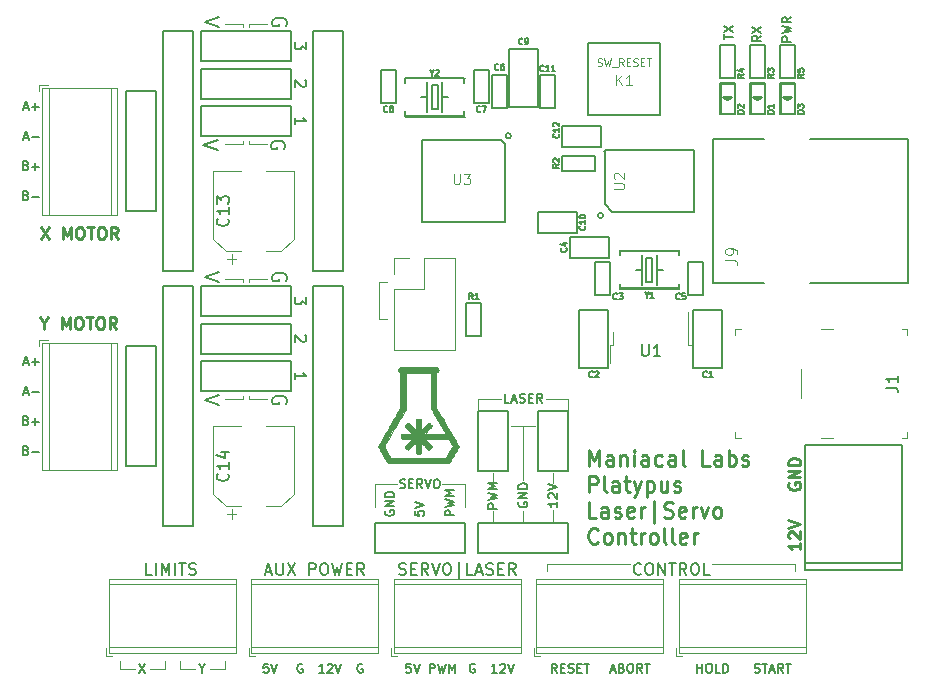
<source format=gbr>
G04 #@! TF.GenerationSoftware,KiCad,Pcbnew,5.1.2-1.fc30*
G04 #@! TF.CreationDate,2019-09-11T07:26:08-04:00*
G04 #@! TF.ProjectId,Platypus,506c6174-7970-4757-932e-6b696361645f,rev?*
G04 #@! TF.SameCoordinates,Original*
G04 #@! TF.FileFunction,Legend,Top*
G04 #@! TF.FilePolarity,Positive*
%FSLAX46Y46*%
G04 Gerber Fmt 4.6, Leading zero omitted, Abs format (unit mm)*
G04 Created by KiCad (PCBNEW 5.1.2-1.fc30) date 2019-09-11 07:26:08*
%MOMM*%
%LPD*%
G04 APERTURE LIST*
%ADD10C,0.120000*%
%ADD11C,0.200000*%
%ADD12C,0.150000*%
%ADD13C,0.250000*%
%ADD14C,0.254000*%
%ADD15C,0.127000*%
%ADD16C,0.010000*%
%ADD17C,0.066040*%
%ADD18C,0.100000*%
%ADD19C,0.203200*%
%ADD20C,0.152400*%
%ADD21C,0.101600*%
%ADD22C,0.076200*%
%ADD23C,0.050000*%
G04 APERTURE END LIST*
D10*
X184023000Y-60960000D02*
X184023000Y-62865000D01*
X191643000Y-60960000D02*
X191643000Y-62865000D01*
X185928000Y-60960000D02*
X184023000Y-60960000D01*
X189738000Y-60960000D02*
X191643000Y-60960000D01*
D11*
X167732000Y-61401285D02*
X167789142Y-61287000D01*
X167789142Y-61115571D01*
X167732000Y-60944142D01*
X167617714Y-60829857D01*
X167503428Y-60772714D01*
X167274857Y-60715571D01*
X167103428Y-60715571D01*
X166874857Y-60772714D01*
X166760571Y-60829857D01*
X166646285Y-60944142D01*
X166589142Y-61115571D01*
X166589142Y-61229857D01*
X166646285Y-61401285D01*
X166703428Y-61458428D01*
X167103428Y-61458428D01*
X167103428Y-61229857D01*
X162074142Y-60687000D02*
X160874142Y-61087000D01*
X162074142Y-61487000D01*
X162074142Y-28683000D02*
X160874142Y-29083000D01*
X162074142Y-29483000D01*
X167732000Y-29397285D02*
X167789142Y-29283000D01*
X167789142Y-29111571D01*
X167732000Y-28940142D01*
X167617714Y-28825857D01*
X167503428Y-28768714D01*
X167274857Y-28711571D01*
X167103428Y-28711571D01*
X166874857Y-28768714D01*
X166760571Y-28825857D01*
X166646285Y-28940142D01*
X166589142Y-29111571D01*
X166589142Y-29225857D01*
X166646285Y-29397285D01*
X166703428Y-29454428D01*
X167103428Y-29454428D01*
X167103428Y-29225857D01*
X167605000Y-39811285D02*
X167662142Y-39697000D01*
X167662142Y-39525571D01*
X167605000Y-39354142D01*
X167490714Y-39239857D01*
X167376428Y-39182714D01*
X167147857Y-39125571D01*
X166976428Y-39125571D01*
X166747857Y-39182714D01*
X166633571Y-39239857D01*
X166519285Y-39354142D01*
X166462142Y-39525571D01*
X166462142Y-39639857D01*
X166519285Y-39811285D01*
X166576428Y-39868428D01*
X166976428Y-39868428D01*
X166976428Y-39639857D01*
X161947142Y-39097000D02*
X160747142Y-39497000D01*
X161947142Y-39897000D01*
D10*
X187833000Y-63309500D02*
X186817000Y-63309500D01*
X187833000Y-63309500D02*
X188849000Y-63309500D01*
X187833000Y-67881500D02*
X187833000Y-63309500D01*
X187833000Y-71310500D02*
X187833000Y-70485000D01*
X190373000Y-71310500D02*
X190373000Y-70358000D01*
X190373000Y-67246500D02*
X190373000Y-68072000D01*
X185229500Y-71310500D02*
X185229500Y-70485000D01*
X185229500Y-67246500D02*
X185229500Y-67945000D01*
D12*
X187452000Y-69743428D02*
X187415714Y-69816000D01*
X187415714Y-69924857D01*
X187452000Y-70033714D01*
X187524571Y-70106285D01*
X187597142Y-70142571D01*
X187742285Y-70178857D01*
X187851142Y-70178857D01*
X187996285Y-70142571D01*
X188068857Y-70106285D01*
X188141428Y-70033714D01*
X188177714Y-69924857D01*
X188177714Y-69852285D01*
X188141428Y-69743428D01*
X188105142Y-69707142D01*
X187851142Y-69707142D01*
X187851142Y-69852285D01*
X188177714Y-69380571D02*
X187415714Y-69380571D01*
X188177714Y-68945142D01*
X187415714Y-68945142D01*
X188177714Y-68582285D02*
X187415714Y-68582285D01*
X187415714Y-68400857D01*
X187452000Y-68292000D01*
X187524571Y-68219428D01*
X187597142Y-68183142D01*
X187742285Y-68146857D01*
X187851142Y-68146857D01*
X187996285Y-68183142D01*
X188068857Y-68219428D01*
X188141428Y-68292000D01*
X188177714Y-68400857D01*
X188177714Y-68582285D01*
X185637714Y-70269571D02*
X184875714Y-70269571D01*
X184875714Y-69979285D01*
X184912000Y-69906714D01*
X184948285Y-69870428D01*
X185020857Y-69834142D01*
X185129714Y-69834142D01*
X185202285Y-69870428D01*
X185238571Y-69906714D01*
X185274857Y-69979285D01*
X185274857Y-70269571D01*
X184875714Y-69580142D02*
X185637714Y-69398714D01*
X185093428Y-69253571D01*
X185637714Y-69108428D01*
X184875714Y-68927000D01*
X185637714Y-68636714D02*
X184875714Y-68636714D01*
X185420000Y-68382714D01*
X184875714Y-68128714D01*
X185637714Y-68128714D01*
X190717714Y-69679928D02*
X190717714Y-70115357D01*
X190717714Y-69897642D02*
X189955714Y-69897642D01*
X190064571Y-69970214D01*
X190137142Y-70042785D01*
X190173428Y-70115357D01*
X190028285Y-69389642D02*
X189992000Y-69353357D01*
X189955714Y-69280785D01*
X189955714Y-69099357D01*
X189992000Y-69026785D01*
X190028285Y-68990500D01*
X190100857Y-68954214D01*
X190173428Y-68954214D01*
X190282285Y-68990500D01*
X190717714Y-69425928D01*
X190717714Y-68954214D01*
X189955714Y-68736500D02*
X190717714Y-68482500D01*
X189955714Y-68228500D01*
X186653714Y-61304714D02*
X186290857Y-61304714D01*
X186290857Y-60542714D01*
X186871428Y-61087000D02*
X187234285Y-61087000D01*
X186798857Y-61304714D02*
X187052857Y-60542714D01*
X187306857Y-61304714D01*
X187524571Y-61268428D02*
X187633428Y-61304714D01*
X187814857Y-61304714D01*
X187887428Y-61268428D01*
X187923714Y-61232142D01*
X187960000Y-61159571D01*
X187960000Y-61087000D01*
X187923714Y-61014428D01*
X187887428Y-60978142D01*
X187814857Y-60941857D01*
X187669714Y-60905571D01*
X187597142Y-60869285D01*
X187560857Y-60833000D01*
X187524571Y-60760428D01*
X187524571Y-60687857D01*
X187560857Y-60615285D01*
X187597142Y-60579000D01*
X187669714Y-60542714D01*
X187851142Y-60542714D01*
X187960000Y-60579000D01*
X188286571Y-60905571D02*
X188540571Y-60905571D01*
X188649428Y-61304714D02*
X188286571Y-61304714D01*
X188286571Y-60542714D01*
X188649428Y-60542714D01*
X189411428Y-61304714D02*
X189157428Y-60941857D01*
X188976000Y-61304714D02*
X188976000Y-60542714D01*
X189266285Y-60542714D01*
X189338857Y-60579000D01*
X189375142Y-60615285D01*
X189411428Y-60687857D01*
X189411428Y-60796714D01*
X189375142Y-60869285D01*
X189338857Y-60905571D01*
X189266285Y-60941857D01*
X188976000Y-60941857D01*
D13*
X193385023Y-66630095D02*
X193385023Y-65330095D01*
X193818357Y-66258666D01*
X194251690Y-65330095D01*
X194251690Y-66630095D01*
X195427880Y-66630095D02*
X195427880Y-65949142D01*
X195365976Y-65825333D01*
X195242166Y-65763428D01*
X194994547Y-65763428D01*
X194870738Y-65825333D01*
X195427880Y-66568190D02*
X195304071Y-66630095D01*
X194994547Y-66630095D01*
X194870738Y-66568190D01*
X194808833Y-66444380D01*
X194808833Y-66320571D01*
X194870738Y-66196761D01*
X194994547Y-66134857D01*
X195304071Y-66134857D01*
X195427880Y-66072952D01*
X196046928Y-65763428D02*
X196046928Y-66630095D01*
X196046928Y-65887238D02*
X196108833Y-65825333D01*
X196232642Y-65763428D01*
X196418357Y-65763428D01*
X196542166Y-65825333D01*
X196604071Y-65949142D01*
X196604071Y-66630095D01*
X197223119Y-66630095D02*
X197223119Y-65763428D01*
X197223119Y-65330095D02*
X197161214Y-65392000D01*
X197223119Y-65453904D01*
X197285023Y-65392000D01*
X197223119Y-65330095D01*
X197223119Y-65453904D01*
X198399309Y-66630095D02*
X198399309Y-65949142D01*
X198337404Y-65825333D01*
X198213595Y-65763428D01*
X197965976Y-65763428D01*
X197842166Y-65825333D01*
X198399309Y-66568190D02*
X198275500Y-66630095D01*
X197965976Y-66630095D01*
X197842166Y-66568190D01*
X197780261Y-66444380D01*
X197780261Y-66320571D01*
X197842166Y-66196761D01*
X197965976Y-66134857D01*
X198275500Y-66134857D01*
X198399309Y-66072952D01*
X199575500Y-66568190D02*
X199451690Y-66630095D01*
X199204071Y-66630095D01*
X199080261Y-66568190D01*
X199018357Y-66506285D01*
X198956452Y-66382476D01*
X198956452Y-66011047D01*
X199018357Y-65887238D01*
X199080261Y-65825333D01*
X199204071Y-65763428D01*
X199451690Y-65763428D01*
X199575500Y-65825333D01*
X200689785Y-66630095D02*
X200689785Y-65949142D01*
X200627880Y-65825333D01*
X200504071Y-65763428D01*
X200256452Y-65763428D01*
X200132642Y-65825333D01*
X200689785Y-66568190D02*
X200565976Y-66630095D01*
X200256452Y-66630095D01*
X200132642Y-66568190D01*
X200070738Y-66444380D01*
X200070738Y-66320571D01*
X200132642Y-66196761D01*
X200256452Y-66134857D01*
X200565976Y-66134857D01*
X200689785Y-66072952D01*
X201494547Y-66630095D02*
X201370738Y-66568190D01*
X201308833Y-66444380D01*
X201308833Y-65330095D01*
X203599309Y-66630095D02*
X202980261Y-66630095D01*
X202980261Y-65330095D01*
X204589785Y-66630095D02*
X204589785Y-65949142D01*
X204527880Y-65825333D01*
X204404071Y-65763428D01*
X204156452Y-65763428D01*
X204032642Y-65825333D01*
X204589785Y-66568190D02*
X204465976Y-66630095D01*
X204156452Y-66630095D01*
X204032642Y-66568190D01*
X203970738Y-66444380D01*
X203970738Y-66320571D01*
X204032642Y-66196761D01*
X204156452Y-66134857D01*
X204465976Y-66134857D01*
X204589785Y-66072952D01*
X205208833Y-66630095D02*
X205208833Y-65330095D01*
X205208833Y-65825333D02*
X205332642Y-65763428D01*
X205580261Y-65763428D01*
X205704071Y-65825333D01*
X205765976Y-65887238D01*
X205827880Y-66011047D01*
X205827880Y-66382476D01*
X205765976Y-66506285D01*
X205704071Y-66568190D01*
X205580261Y-66630095D01*
X205332642Y-66630095D01*
X205208833Y-66568190D01*
X206323119Y-66568190D02*
X206446928Y-66630095D01*
X206694547Y-66630095D01*
X206818357Y-66568190D01*
X206880261Y-66444380D01*
X206880261Y-66382476D01*
X206818357Y-66258666D01*
X206694547Y-66196761D01*
X206508833Y-66196761D01*
X206385023Y-66134857D01*
X206323119Y-66011047D01*
X206323119Y-65949142D01*
X206385023Y-65825333D01*
X206508833Y-65763428D01*
X206694547Y-65763428D01*
X206818357Y-65825333D01*
X193385023Y-68830095D02*
X193385023Y-67530095D01*
X193880261Y-67530095D01*
X194004071Y-67592000D01*
X194065976Y-67653904D01*
X194127880Y-67777714D01*
X194127880Y-67963428D01*
X194065976Y-68087238D01*
X194004071Y-68149142D01*
X193880261Y-68211047D01*
X193385023Y-68211047D01*
X194870738Y-68830095D02*
X194746928Y-68768190D01*
X194685023Y-68644380D01*
X194685023Y-67530095D01*
X195923119Y-68830095D02*
X195923119Y-68149142D01*
X195861214Y-68025333D01*
X195737404Y-67963428D01*
X195489785Y-67963428D01*
X195365976Y-68025333D01*
X195923119Y-68768190D02*
X195799309Y-68830095D01*
X195489785Y-68830095D01*
X195365976Y-68768190D01*
X195304071Y-68644380D01*
X195304071Y-68520571D01*
X195365976Y-68396761D01*
X195489785Y-68334857D01*
X195799309Y-68334857D01*
X195923119Y-68272952D01*
X196356452Y-67963428D02*
X196851690Y-67963428D01*
X196542166Y-67530095D02*
X196542166Y-68644380D01*
X196604071Y-68768190D01*
X196727880Y-68830095D01*
X196851690Y-68830095D01*
X197161214Y-67963428D02*
X197470738Y-68830095D01*
X197780261Y-67963428D02*
X197470738Y-68830095D01*
X197346928Y-69139619D01*
X197285023Y-69201523D01*
X197161214Y-69263428D01*
X198275500Y-67963428D02*
X198275500Y-69263428D01*
X198275500Y-68025333D02*
X198399309Y-67963428D01*
X198646928Y-67963428D01*
X198770738Y-68025333D01*
X198832642Y-68087238D01*
X198894547Y-68211047D01*
X198894547Y-68582476D01*
X198832642Y-68706285D01*
X198770738Y-68768190D01*
X198646928Y-68830095D01*
X198399309Y-68830095D01*
X198275500Y-68768190D01*
X200008833Y-67963428D02*
X200008833Y-68830095D01*
X199451690Y-67963428D02*
X199451690Y-68644380D01*
X199513595Y-68768190D01*
X199637404Y-68830095D01*
X199823119Y-68830095D01*
X199946928Y-68768190D01*
X200008833Y-68706285D01*
X200565976Y-68768190D02*
X200689785Y-68830095D01*
X200937404Y-68830095D01*
X201061214Y-68768190D01*
X201123119Y-68644380D01*
X201123119Y-68582476D01*
X201061214Y-68458666D01*
X200937404Y-68396761D01*
X200751690Y-68396761D01*
X200627880Y-68334857D01*
X200565976Y-68211047D01*
X200565976Y-68149142D01*
X200627880Y-68025333D01*
X200751690Y-67963428D01*
X200937404Y-67963428D01*
X201061214Y-68025333D01*
X194004071Y-71030095D02*
X193385023Y-71030095D01*
X193385023Y-69730095D01*
X194994547Y-71030095D02*
X194994547Y-70349142D01*
X194932642Y-70225333D01*
X194808833Y-70163428D01*
X194561214Y-70163428D01*
X194437404Y-70225333D01*
X194994547Y-70968190D02*
X194870738Y-71030095D01*
X194561214Y-71030095D01*
X194437404Y-70968190D01*
X194375500Y-70844380D01*
X194375500Y-70720571D01*
X194437404Y-70596761D01*
X194561214Y-70534857D01*
X194870738Y-70534857D01*
X194994547Y-70472952D01*
X195551690Y-70968190D02*
X195675500Y-71030095D01*
X195923119Y-71030095D01*
X196046928Y-70968190D01*
X196108833Y-70844380D01*
X196108833Y-70782476D01*
X196046928Y-70658666D01*
X195923119Y-70596761D01*
X195737404Y-70596761D01*
X195613595Y-70534857D01*
X195551690Y-70411047D01*
X195551690Y-70349142D01*
X195613595Y-70225333D01*
X195737404Y-70163428D01*
X195923119Y-70163428D01*
X196046928Y-70225333D01*
X197161214Y-70968190D02*
X197037404Y-71030095D01*
X196789785Y-71030095D01*
X196665976Y-70968190D01*
X196604071Y-70844380D01*
X196604071Y-70349142D01*
X196665976Y-70225333D01*
X196789785Y-70163428D01*
X197037404Y-70163428D01*
X197161214Y-70225333D01*
X197223119Y-70349142D01*
X197223119Y-70472952D01*
X196604071Y-70596761D01*
X197780261Y-71030095D02*
X197780261Y-70163428D01*
X197780261Y-70411047D02*
X197842166Y-70287238D01*
X197904071Y-70225333D01*
X198027880Y-70163428D01*
X198151690Y-70163428D01*
X198894547Y-71463428D02*
X198894547Y-69606285D01*
X199761214Y-70968190D02*
X199946928Y-71030095D01*
X200256452Y-71030095D01*
X200380261Y-70968190D01*
X200442166Y-70906285D01*
X200504071Y-70782476D01*
X200504071Y-70658666D01*
X200442166Y-70534857D01*
X200380261Y-70472952D01*
X200256452Y-70411047D01*
X200008833Y-70349142D01*
X199885023Y-70287238D01*
X199823119Y-70225333D01*
X199761214Y-70101523D01*
X199761214Y-69977714D01*
X199823119Y-69853904D01*
X199885023Y-69792000D01*
X200008833Y-69730095D01*
X200318357Y-69730095D01*
X200504071Y-69792000D01*
X201556452Y-70968190D02*
X201432642Y-71030095D01*
X201185023Y-71030095D01*
X201061214Y-70968190D01*
X200999309Y-70844380D01*
X200999309Y-70349142D01*
X201061214Y-70225333D01*
X201185023Y-70163428D01*
X201432642Y-70163428D01*
X201556452Y-70225333D01*
X201618357Y-70349142D01*
X201618357Y-70472952D01*
X200999309Y-70596761D01*
X202175500Y-71030095D02*
X202175500Y-70163428D01*
X202175500Y-70411047D02*
X202237404Y-70287238D01*
X202299309Y-70225333D01*
X202423119Y-70163428D01*
X202546928Y-70163428D01*
X202856452Y-70163428D02*
X203165976Y-71030095D01*
X203475500Y-70163428D01*
X204156452Y-71030095D02*
X204032642Y-70968190D01*
X203970738Y-70906285D01*
X203908833Y-70782476D01*
X203908833Y-70411047D01*
X203970738Y-70287238D01*
X204032642Y-70225333D01*
X204156452Y-70163428D01*
X204342166Y-70163428D01*
X204465976Y-70225333D01*
X204527880Y-70287238D01*
X204589785Y-70411047D01*
X204589785Y-70782476D01*
X204527880Y-70906285D01*
X204465976Y-70968190D01*
X204342166Y-71030095D01*
X204156452Y-71030095D01*
X194127880Y-73106285D02*
X194065976Y-73168190D01*
X193880261Y-73230095D01*
X193756452Y-73230095D01*
X193570738Y-73168190D01*
X193446928Y-73044380D01*
X193385023Y-72920571D01*
X193323119Y-72672952D01*
X193323119Y-72487238D01*
X193385023Y-72239619D01*
X193446928Y-72115809D01*
X193570738Y-71992000D01*
X193756452Y-71930095D01*
X193880261Y-71930095D01*
X194065976Y-71992000D01*
X194127880Y-72053904D01*
X194870738Y-73230095D02*
X194746928Y-73168190D01*
X194685023Y-73106285D01*
X194623119Y-72982476D01*
X194623119Y-72611047D01*
X194685023Y-72487238D01*
X194746928Y-72425333D01*
X194870738Y-72363428D01*
X195056452Y-72363428D01*
X195180261Y-72425333D01*
X195242166Y-72487238D01*
X195304071Y-72611047D01*
X195304071Y-72982476D01*
X195242166Y-73106285D01*
X195180261Y-73168190D01*
X195056452Y-73230095D01*
X194870738Y-73230095D01*
X195861214Y-72363428D02*
X195861214Y-73230095D01*
X195861214Y-72487238D02*
X195923119Y-72425333D01*
X196046928Y-72363428D01*
X196232642Y-72363428D01*
X196356452Y-72425333D01*
X196418357Y-72549142D01*
X196418357Y-73230095D01*
X196851690Y-72363428D02*
X197346928Y-72363428D01*
X197037404Y-71930095D02*
X197037404Y-73044380D01*
X197099309Y-73168190D01*
X197223119Y-73230095D01*
X197346928Y-73230095D01*
X197780261Y-73230095D02*
X197780261Y-72363428D01*
X197780261Y-72611047D02*
X197842166Y-72487238D01*
X197904071Y-72425333D01*
X198027880Y-72363428D01*
X198151690Y-72363428D01*
X198770738Y-73230095D02*
X198646928Y-73168190D01*
X198585023Y-73106285D01*
X198523119Y-72982476D01*
X198523119Y-72611047D01*
X198585023Y-72487238D01*
X198646928Y-72425333D01*
X198770738Y-72363428D01*
X198956452Y-72363428D01*
X199080261Y-72425333D01*
X199142166Y-72487238D01*
X199204071Y-72611047D01*
X199204071Y-72982476D01*
X199142166Y-73106285D01*
X199080261Y-73168190D01*
X198956452Y-73230095D01*
X198770738Y-73230095D01*
X199946928Y-73230095D02*
X199823119Y-73168190D01*
X199761214Y-73044380D01*
X199761214Y-71930095D01*
X200627880Y-73230095D02*
X200504071Y-73168190D01*
X200442166Y-73044380D01*
X200442166Y-71930095D01*
X201618357Y-73168190D02*
X201494547Y-73230095D01*
X201246928Y-73230095D01*
X201123119Y-73168190D01*
X201061214Y-73044380D01*
X201061214Y-72549142D01*
X201123119Y-72425333D01*
X201246928Y-72363428D01*
X201494547Y-72363428D01*
X201618357Y-72425333D01*
X201680261Y-72549142D01*
X201680261Y-72672952D01*
X201061214Y-72796761D01*
X202237404Y-73230095D02*
X202237404Y-72363428D01*
X202237404Y-72611047D02*
X202299309Y-72487238D01*
X202361214Y-72425333D01*
X202485023Y-72363428D01*
X202608833Y-72363428D01*
D10*
X164592000Y-50800000D02*
X166116000Y-50800000D01*
X164592000Y-51054000D02*
X164592000Y-50800000D01*
X162560000Y-50800000D02*
X164084000Y-50800000D01*
X164084000Y-50800000D02*
X164084000Y-51054000D01*
X166116000Y-60960000D02*
X164592000Y-60960000D01*
X164592000Y-60960000D02*
X164592000Y-60706000D01*
X164084000Y-60960000D02*
X162560000Y-60960000D01*
X164084000Y-60706000D02*
X164084000Y-60960000D01*
X164592000Y-39370000D02*
X164592000Y-39116000D01*
X164084000Y-39116000D02*
X164084000Y-39370000D01*
X164084000Y-39370000D02*
X162560000Y-39370000D01*
X166116000Y-39370000D02*
X164592000Y-39370000D01*
X164592000Y-29210000D02*
X166116000Y-29210000D01*
X164592000Y-29464000D02*
X164592000Y-29210000D01*
X164084000Y-29210000D02*
X164084000Y-29464000D01*
X162560000Y-29210000D02*
X164084000Y-29210000D01*
D11*
X167732000Y-50987285D02*
X167789142Y-50873000D01*
X167789142Y-50701571D01*
X167732000Y-50530142D01*
X167617714Y-50415857D01*
X167503428Y-50358714D01*
X167274857Y-50301571D01*
X167103428Y-50301571D01*
X166874857Y-50358714D01*
X166760571Y-50415857D01*
X166646285Y-50530142D01*
X166589142Y-50701571D01*
X166589142Y-50815857D01*
X166646285Y-50987285D01*
X166703428Y-51044428D01*
X167103428Y-51044428D01*
X167103428Y-50815857D01*
X162074142Y-50273000D02*
X160874142Y-50673000D01*
X162074142Y-51073000D01*
D12*
X168457619Y-59340714D02*
X168457619Y-58769285D01*
X168457619Y-59055000D02*
X169457619Y-59055000D01*
X169314761Y-58959761D01*
X169219523Y-58864523D01*
X169171904Y-58769285D01*
X169457619Y-52371666D02*
X169457619Y-52990714D01*
X169076666Y-52657380D01*
X169076666Y-52800238D01*
X169029047Y-52895476D01*
X168981428Y-52943095D01*
X168886190Y-52990714D01*
X168648095Y-52990714D01*
X168552857Y-52943095D01*
X168505238Y-52895476D01*
X168457619Y-52800238D01*
X168457619Y-52514523D01*
X168505238Y-52419285D01*
X168552857Y-52371666D01*
X169362380Y-55594285D02*
X169410000Y-55641904D01*
X169457619Y-55737142D01*
X169457619Y-55975238D01*
X169410000Y-56070476D01*
X169362380Y-56118095D01*
X169267142Y-56165714D01*
X169171904Y-56165714D01*
X169029047Y-56118095D01*
X168457619Y-55546666D01*
X168457619Y-56165714D01*
X169457619Y-30781666D02*
X169457619Y-31400714D01*
X169076666Y-31067380D01*
X169076666Y-31210238D01*
X169029047Y-31305476D01*
X168981428Y-31353095D01*
X168886190Y-31400714D01*
X168648095Y-31400714D01*
X168552857Y-31353095D01*
X168505238Y-31305476D01*
X168457619Y-31210238D01*
X168457619Y-30924523D01*
X168505238Y-30829285D01*
X168552857Y-30781666D01*
X169362380Y-34004285D02*
X169410000Y-34051904D01*
X169457619Y-34147142D01*
X169457619Y-34385238D01*
X169410000Y-34480476D01*
X169362380Y-34528095D01*
X169267142Y-34575714D01*
X169171904Y-34575714D01*
X169029047Y-34528095D01*
X168457619Y-33956666D01*
X168457619Y-34575714D01*
X168457619Y-37750714D02*
X168457619Y-37179285D01*
X168457619Y-37465000D02*
X169457619Y-37465000D01*
X169314761Y-37369761D01*
X169219523Y-37274523D01*
X169171904Y-37179285D01*
D13*
X211272380Y-73155500D02*
X211272380Y-73726928D01*
X211272380Y-73441214D02*
X210272380Y-73441214D01*
X210415238Y-73536452D01*
X210510476Y-73631690D01*
X210558095Y-73726928D01*
X210367619Y-72774547D02*
X210320000Y-72726928D01*
X210272380Y-72631690D01*
X210272380Y-72393595D01*
X210320000Y-72298357D01*
X210367619Y-72250738D01*
X210462857Y-72203119D01*
X210558095Y-72203119D01*
X210700952Y-72250738D01*
X211272380Y-72822166D01*
X211272380Y-72203119D01*
X210272380Y-71917404D02*
X211272380Y-71584071D01*
X210272380Y-71250738D01*
X210320000Y-68107214D02*
X210272380Y-68202452D01*
X210272380Y-68345309D01*
X210320000Y-68488166D01*
X210415238Y-68583404D01*
X210510476Y-68631023D01*
X210700952Y-68678642D01*
X210843809Y-68678642D01*
X211034285Y-68631023D01*
X211129523Y-68583404D01*
X211224761Y-68488166D01*
X211272380Y-68345309D01*
X211272380Y-68250071D01*
X211224761Y-68107214D01*
X211177142Y-68059595D01*
X210843809Y-68059595D01*
X210843809Y-68250071D01*
X211272380Y-67631023D02*
X210272380Y-67631023D01*
X211272380Y-67059595D01*
X210272380Y-67059595D01*
X211272380Y-66583404D02*
X210272380Y-66583404D01*
X210272380Y-66345309D01*
X210320000Y-66202452D01*
X210415238Y-66107214D01*
X210510476Y-66059595D01*
X210700952Y-66011976D01*
X210843809Y-66011976D01*
X211034285Y-66059595D01*
X211129523Y-66107214D01*
X211224761Y-66202452D01*
X211272380Y-66345309D01*
X211272380Y-66583404D01*
D14*
X147285528Y-54585809D02*
X147285528Y-55069619D01*
X146946861Y-54053619D02*
X147285528Y-54585809D01*
X147624195Y-54053619D01*
X148736957Y-55069619D02*
X148736957Y-54053619D01*
X149075623Y-54779333D01*
X149414290Y-54053619D01*
X149414290Y-55069619D01*
X150091623Y-54053619D02*
X150285147Y-54053619D01*
X150381909Y-54102000D01*
X150478671Y-54198761D01*
X150527052Y-54392285D01*
X150527052Y-54730952D01*
X150478671Y-54924476D01*
X150381909Y-55021238D01*
X150285147Y-55069619D01*
X150091623Y-55069619D01*
X149994861Y-55021238D01*
X149898100Y-54924476D01*
X149849719Y-54730952D01*
X149849719Y-54392285D01*
X149898100Y-54198761D01*
X149994861Y-54102000D01*
X150091623Y-54053619D01*
X150817338Y-54053619D02*
X151397909Y-54053619D01*
X151107623Y-55069619D02*
X151107623Y-54053619D01*
X151930100Y-54053619D02*
X152123623Y-54053619D01*
X152220385Y-54102000D01*
X152317147Y-54198761D01*
X152365528Y-54392285D01*
X152365528Y-54730952D01*
X152317147Y-54924476D01*
X152220385Y-55021238D01*
X152123623Y-55069619D01*
X151930100Y-55069619D01*
X151833338Y-55021238D01*
X151736576Y-54924476D01*
X151688195Y-54730952D01*
X151688195Y-54392285D01*
X151736576Y-54198761D01*
X151833338Y-54102000D01*
X151930100Y-54053619D01*
X153381528Y-55069619D02*
X153042861Y-54585809D01*
X152800957Y-55069619D02*
X152800957Y-54053619D01*
X153188004Y-54053619D01*
X153284766Y-54102000D01*
X153333147Y-54150380D01*
X153381528Y-54247142D01*
X153381528Y-54392285D01*
X153333147Y-54489047D01*
X153284766Y-54537428D01*
X153188004Y-54585809D01*
X152800957Y-54585809D01*
X146995242Y-46433619D02*
X147672576Y-47449619D01*
X147672576Y-46433619D02*
X146995242Y-47449619D01*
X148833719Y-47449619D02*
X148833719Y-46433619D01*
X149172385Y-47159333D01*
X149511052Y-46433619D01*
X149511052Y-47449619D01*
X150188385Y-46433619D02*
X150381909Y-46433619D01*
X150478671Y-46482000D01*
X150575433Y-46578761D01*
X150623814Y-46772285D01*
X150623814Y-47110952D01*
X150575433Y-47304476D01*
X150478671Y-47401238D01*
X150381909Y-47449619D01*
X150188385Y-47449619D01*
X150091623Y-47401238D01*
X149994861Y-47304476D01*
X149946480Y-47110952D01*
X149946480Y-46772285D01*
X149994861Y-46578761D01*
X150091623Y-46482000D01*
X150188385Y-46433619D01*
X150914100Y-46433619D02*
X151494671Y-46433619D01*
X151204385Y-47449619D02*
X151204385Y-46433619D01*
X152026861Y-46433619D02*
X152220385Y-46433619D01*
X152317147Y-46482000D01*
X152413909Y-46578761D01*
X152462290Y-46772285D01*
X152462290Y-47110952D01*
X152413909Y-47304476D01*
X152317147Y-47401238D01*
X152220385Y-47449619D01*
X152026861Y-47449619D01*
X151930100Y-47401238D01*
X151833338Y-47304476D01*
X151784957Y-47110952D01*
X151784957Y-46772285D01*
X151833338Y-46578761D01*
X151930100Y-46482000D01*
X152026861Y-46433619D01*
X153478290Y-47449619D02*
X153139623Y-46965809D01*
X152897719Y-47449619D02*
X152897719Y-46433619D01*
X153284766Y-46433619D01*
X153381528Y-46482000D01*
X153429909Y-46530380D01*
X153478290Y-46627142D01*
X153478290Y-46772285D01*
X153429909Y-46869047D01*
X153381528Y-46917428D01*
X153284766Y-46965809D01*
X152897719Y-46965809D01*
D15*
X145532021Y-60452000D02*
X145894878Y-60452000D01*
X145459450Y-60669714D02*
X145713450Y-59907714D01*
X145967450Y-60669714D01*
X146221450Y-60379428D02*
X146802021Y-60379428D01*
X145532021Y-57912000D02*
X145894878Y-57912000D01*
X145459450Y-58129714D02*
X145713450Y-57367714D01*
X145967450Y-58129714D01*
X146221450Y-57839428D02*
X146802021Y-57839428D01*
X146511735Y-58129714D02*
X146511735Y-57549142D01*
X145713450Y-65350571D02*
X145822307Y-65386857D01*
X145858592Y-65423142D01*
X145894878Y-65495714D01*
X145894878Y-65604571D01*
X145858592Y-65677142D01*
X145822307Y-65713428D01*
X145749735Y-65749714D01*
X145459450Y-65749714D01*
X145459450Y-64987714D01*
X145713450Y-64987714D01*
X145786021Y-65024000D01*
X145822307Y-65060285D01*
X145858592Y-65132857D01*
X145858592Y-65205428D01*
X145822307Y-65278000D01*
X145786021Y-65314285D01*
X145713450Y-65350571D01*
X145459450Y-65350571D01*
X146221450Y-65459428D02*
X146802021Y-65459428D01*
X145713450Y-62810571D02*
X145822307Y-62846857D01*
X145858592Y-62883142D01*
X145894878Y-62955714D01*
X145894878Y-63064571D01*
X145858592Y-63137142D01*
X145822307Y-63173428D01*
X145749735Y-63209714D01*
X145459450Y-63209714D01*
X145459450Y-62447714D01*
X145713450Y-62447714D01*
X145786021Y-62484000D01*
X145822307Y-62520285D01*
X145858592Y-62592857D01*
X145858592Y-62665428D01*
X145822307Y-62738000D01*
X145786021Y-62774285D01*
X145713450Y-62810571D01*
X145459450Y-62810571D01*
X146221450Y-62919428D02*
X146802021Y-62919428D01*
X146511735Y-63209714D02*
X146511735Y-62629142D01*
X145713450Y-43760571D02*
X145822307Y-43796857D01*
X145858592Y-43833142D01*
X145894878Y-43905714D01*
X145894878Y-44014571D01*
X145858592Y-44087142D01*
X145822307Y-44123428D01*
X145749735Y-44159714D01*
X145459450Y-44159714D01*
X145459450Y-43397714D01*
X145713450Y-43397714D01*
X145786021Y-43434000D01*
X145822307Y-43470285D01*
X145858592Y-43542857D01*
X145858592Y-43615428D01*
X145822307Y-43688000D01*
X145786021Y-43724285D01*
X145713450Y-43760571D01*
X145459450Y-43760571D01*
X146221450Y-43869428D02*
X146802021Y-43869428D01*
X145713450Y-41220571D02*
X145822307Y-41256857D01*
X145858592Y-41293142D01*
X145894878Y-41365714D01*
X145894878Y-41474571D01*
X145858592Y-41547142D01*
X145822307Y-41583428D01*
X145749735Y-41619714D01*
X145459450Y-41619714D01*
X145459450Y-40857714D01*
X145713450Y-40857714D01*
X145786021Y-40894000D01*
X145822307Y-40930285D01*
X145858592Y-41002857D01*
X145858592Y-41075428D01*
X145822307Y-41148000D01*
X145786021Y-41184285D01*
X145713450Y-41220571D01*
X145459450Y-41220571D01*
X146221450Y-41329428D02*
X146802021Y-41329428D01*
X146511735Y-41619714D02*
X146511735Y-41039142D01*
X145532021Y-38862000D02*
X145894878Y-38862000D01*
X145459450Y-39079714D02*
X145713450Y-38317714D01*
X145967450Y-39079714D01*
X146221450Y-38789428D02*
X146802021Y-38789428D01*
X145532021Y-36322000D02*
X145894878Y-36322000D01*
X145459450Y-36539714D02*
X145713450Y-35777714D01*
X145967450Y-36539714D01*
X146221450Y-36249428D02*
X146802021Y-36249428D01*
X146511735Y-36539714D02*
X146511735Y-35959142D01*
D10*
X175260000Y-68199000D02*
X175260000Y-70104000D01*
X177165000Y-68199000D02*
X175260000Y-68199000D01*
X182880000Y-68199000D02*
X182880000Y-70104000D01*
X180975000Y-68199000D02*
X182880000Y-68199000D01*
D12*
X177400857Y-68507428D02*
X177509714Y-68543714D01*
X177691142Y-68543714D01*
X177763714Y-68507428D01*
X177800000Y-68471142D01*
X177836285Y-68398571D01*
X177836285Y-68326000D01*
X177800000Y-68253428D01*
X177763714Y-68217142D01*
X177691142Y-68180857D01*
X177546000Y-68144571D01*
X177473428Y-68108285D01*
X177437142Y-68072000D01*
X177400857Y-67999428D01*
X177400857Y-67926857D01*
X177437142Y-67854285D01*
X177473428Y-67818000D01*
X177546000Y-67781714D01*
X177727428Y-67781714D01*
X177836285Y-67818000D01*
X178162857Y-68144571D02*
X178416857Y-68144571D01*
X178525714Y-68543714D02*
X178162857Y-68543714D01*
X178162857Y-67781714D01*
X178525714Y-67781714D01*
X179287714Y-68543714D02*
X179033714Y-68180857D01*
X178852285Y-68543714D02*
X178852285Y-67781714D01*
X179142571Y-67781714D01*
X179215142Y-67818000D01*
X179251428Y-67854285D01*
X179287714Y-67926857D01*
X179287714Y-68035714D01*
X179251428Y-68108285D01*
X179215142Y-68144571D01*
X179142571Y-68180857D01*
X178852285Y-68180857D01*
X179505428Y-67781714D02*
X179759428Y-68543714D01*
X180013428Y-67781714D01*
X180412571Y-67781714D02*
X180557714Y-67781714D01*
X180630285Y-67818000D01*
X180702857Y-67890571D01*
X180739142Y-68035714D01*
X180739142Y-68289714D01*
X180702857Y-68434857D01*
X180630285Y-68507428D01*
X180557714Y-68543714D01*
X180412571Y-68543714D01*
X180340000Y-68507428D01*
X180267428Y-68434857D01*
X180231142Y-68289714D01*
X180231142Y-68035714D01*
X180267428Y-67890571D01*
X180340000Y-67818000D01*
X180412571Y-67781714D01*
X181954714Y-70841071D02*
X181192714Y-70841071D01*
X181192714Y-70550785D01*
X181229000Y-70478214D01*
X181265285Y-70441928D01*
X181337857Y-70405642D01*
X181446714Y-70405642D01*
X181519285Y-70441928D01*
X181555571Y-70478214D01*
X181591857Y-70550785D01*
X181591857Y-70841071D01*
X181192714Y-70151642D02*
X181954714Y-69970214D01*
X181410428Y-69825071D01*
X181954714Y-69679928D01*
X181192714Y-69498500D01*
X181954714Y-69208214D02*
X181192714Y-69208214D01*
X181737000Y-68954214D01*
X181192714Y-68700214D01*
X181954714Y-68700214D01*
X178652714Y-70478214D02*
X178652714Y-70841071D01*
X179015571Y-70877357D01*
X178979285Y-70841071D01*
X178943000Y-70768500D01*
X178943000Y-70587071D01*
X178979285Y-70514500D01*
X179015571Y-70478214D01*
X179088142Y-70441928D01*
X179269571Y-70441928D01*
X179342142Y-70478214D01*
X179378428Y-70514500D01*
X179414714Y-70587071D01*
X179414714Y-70768500D01*
X179378428Y-70841071D01*
X179342142Y-70877357D01*
X178652714Y-70224214D02*
X179414714Y-69970214D01*
X178652714Y-69716214D01*
X176149000Y-70441928D02*
X176112714Y-70514500D01*
X176112714Y-70623357D01*
X176149000Y-70732214D01*
X176221571Y-70804785D01*
X176294142Y-70841071D01*
X176439285Y-70877357D01*
X176548142Y-70877357D01*
X176693285Y-70841071D01*
X176765857Y-70804785D01*
X176838428Y-70732214D01*
X176874714Y-70623357D01*
X176874714Y-70550785D01*
X176838428Y-70441928D01*
X176802142Y-70405642D01*
X176548142Y-70405642D01*
X176548142Y-70550785D01*
X176874714Y-70079071D02*
X176112714Y-70079071D01*
X176874714Y-69643642D01*
X176112714Y-69643642D01*
X176874714Y-69280785D02*
X176112714Y-69280785D01*
X176112714Y-69099357D01*
X176149000Y-68990500D01*
X176221571Y-68917928D01*
X176294142Y-68881642D01*
X176439285Y-68845357D01*
X176548142Y-68845357D01*
X176693285Y-68881642D01*
X176765857Y-68917928D01*
X176838428Y-68990500D01*
X176874714Y-69099357D01*
X176874714Y-69280785D01*
X185583285Y-84164714D02*
X185147857Y-84164714D01*
X185365571Y-84164714D02*
X185365571Y-83402714D01*
X185293000Y-83511571D01*
X185220428Y-83584142D01*
X185147857Y-83620428D01*
X185873571Y-83475285D02*
X185909857Y-83439000D01*
X185982428Y-83402714D01*
X186163857Y-83402714D01*
X186236428Y-83439000D01*
X186272714Y-83475285D01*
X186309000Y-83547857D01*
X186309000Y-83620428D01*
X186272714Y-83729285D01*
X185837285Y-84164714D01*
X186309000Y-84164714D01*
X186526714Y-83402714D02*
X186780714Y-84164714D01*
X187034714Y-83402714D01*
X179904571Y-84164714D02*
X179904571Y-83402714D01*
X180194857Y-83402714D01*
X180267428Y-83439000D01*
X180303714Y-83475285D01*
X180340000Y-83547857D01*
X180340000Y-83656714D01*
X180303714Y-83729285D01*
X180267428Y-83765571D01*
X180194857Y-83801857D01*
X179904571Y-83801857D01*
X180594000Y-83402714D02*
X180775428Y-84164714D01*
X180920571Y-83620428D01*
X181065714Y-84164714D01*
X181247142Y-83402714D01*
X181537428Y-84164714D02*
X181537428Y-83402714D01*
X181791428Y-83947000D01*
X182045428Y-83402714D01*
X182045428Y-84164714D01*
X183714571Y-83439000D02*
X183642000Y-83402714D01*
X183533142Y-83402714D01*
X183424285Y-83439000D01*
X183351714Y-83511571D01*
X183315428Y-83584142D01*
X183279142Y-83729285D01*
X183279142Y-83838142D01*
X183315428Y-83983285D01*
X183351714Y-84055857D01*
X183424285Y-84128428D01*
X183533142Y-84164714D01*
X183605714Y-84164714D01*
X183714571Y-84128428D01*
X183750857Y-84092142D01*
X183750857Y-83838142D01*
X183605714Y-83838142D01*
X178289857Y-83402714D02*
X177927000Y-83402714D01*
X177890714Y-83765571D01*
X177927000Y-83729285D01*
X177999571Y-83693000D01*
X178181000Y-83693000D01*
X178253571Y-83729285D01*
X178289857Y-83765571D01*
X178326142Y-83838142D01*
X178326142Y-84019571D01*
X178289857Y-84092142D01*
X178253571Y-84128428D01*
X178181000Y-84164714D01*
X177999571Y-84164714D01*
X177927000Y-84128428D01*
X177890714Y-84092142D01*
X178543857Y-83402714D02*
X178797857Y-84164714D01*
X179051857Y-83402714D01*
X174189571Y-83439000D02*
X174117000Y-83402714D01*
X174008142Y-83402714D01*
X173899285Y-83439000D01*
X173826714Y-83511571D01*
X173790428Y-83584142D01*
X173754142Y-83729285D01*
X173754142Y-83838142D01*
X173790428Y-83983285D01*
X173826714Y-84055857D01*
X173899285Y-84128428D01*
X174008142Y-84164714D01*
X174080714Y-84164714D01*
X174189571Y-84128428D01*
X174225857Y-84092142D01*
X174225857Y-83838142D01*
X174080714Y-83838142D01*
X169109571Y-83439000D02*
X169037000Y-83402714D01*
X168928142Y-83402714D01*
X168819285Y-83439000D01*
X168746714Y-83511571D01*
X168710428Y-83584142D01*
X168674142Y-83729285D01*
X168674142Y-83838142D01*
X168710428Y-83983285D01*
X168746714Y-84055857D01*
X168819285Y-84128428D01*
X168928142Y-84164714D01*
X169000714Y-84164714D01*
X169109571Y-84128428D01*
X169145857Y-84092142D01*
X169145857Y-83838142D01*
X169000714Y-83838142D01*
X170978285Y-84164714D02*
X170542857Y-84164714D01*
X170760571Y-84164714D02*
X170760571Y-83402714D01*
X170688000Y-83511571D01*
X170615428Y-83584142D01*
X170542857Y-83620428D01*
X171268571Y-83475285D02*
X171304857Y-83439000D01*
X171377428Y-83402714D01*
X171558857Y-83402714D01*
X171631428Y-83439000D01*
X171667714Y-83475285D01*
X171704000Y-83547857D01*
X171704000Y-83620428D01*
X171667714Y-83729285D01*
X171232285Y-84164714D01*
X171704000Y-84164714D01*
X171921714Y-83402714D02*
X172175714Y-84164714D01*
X172429714Y-83402714D01*
X166224857Y-83402714D02*
X165862000Y-83402714D01*
X165825714Y-83765571D01*
X165862000Y-83729285D01*
X165934571Y-83693000D01*
X166116000Y-83693000D01*
X166188571Y-83729285D01*
X166224857Y-83765571D01*
X166261142Y-83838142D01*
X166261142Y-84019571D01*
X166224857Y-84092142D01*
X166188571Y-84128428D01*
X166116000Y-84164714D01*
X165934571Y-84164714D01*
X165862000Y-84128428D01*
X165825714Y-84092142D01*
X166478857Y-83402714D02*
X166732857Y-84164714D01*
X166986857Y-83402714D01*
X207409142Y-84128428D02*
X207518000Y-84164714D01*
X207699428Y-84164714D01*
X207772000Y-84128428D01*
X207808285Y-84092142D01*
X207844571Y-84019571D01*
X207844571Y-83947000D01*
X207808285Y-83874428D01*
X207772000Y-83838142D01*
X207699428Y-83801857D01*
X207554285Y-83765571D01*
X207481714Y-83729285D01*
X207445428Y-83693000D01*
X207409142Y-83620428D01*
X207409142Y-83547857D01*
X207445428Y-83475285D01*
X207481714Y-83439000D01*
X207554285Y-83402714D01*
X207735714Y-83402714D01*
X207844571Y-83439000D01*
X208062285Y-83402714D02*
X208497714Y-83402714D01*
X208280000Y-84164714D02*
X208280000Y-83402714D01*
X208715428Y-83947000D02*
X209078285Y-83947000D01*
X208642857Y-84164714D02*
X208896857Y-83402714D01*
X209150857Y-84164714D01*
X209840285Y-84164714D02*
X209586285Y-83801857D01*
X209404857Y-84164714D02*
X209404857Y-83402714D01*
X209695142Y-83402714D01*
X209767714Y-83439000D01*
X209804000Y-83475285D01*
X209840285Y-83547857D01*
X209840285Y-83656714D01*
X209804000Y-83729285D01*
X209767714Y-83765571D01*
X209695142Y-83801857D01*
X209404857Y-83801857D01*
X210058000Y-83402714D02*
X210493428Y-83402714D01*
X210275714Y-84164714D02*
X210275714Y-83402714D01*
X202528714Y-84164714D02*
X202528714Y-83402714D01*
X202528714Y-83765571D02*
X202964142Y-83765571D01*
X202964142Y-84164714D02*
X202964142Y-83402714D01*
X203472142Y-83402714D02*
X203617285Y-83402714D01*
X203689857Y-83439000D01*
X203762428Y-83511571D01*
X203798714Y-83656714D01*
X203798714Y-83910714D01*
X203762428Y-84055857D01*
X203689857Y-84128428D01*
X203617285Y-84164714D01*
X203472142Y-84164714D01*
X203399571Y-84128428D01*
X203327000Y-84055857D01*
X203290714Y-83910714D01*
X203290714Y-83656714D01*
X203327000Y-83511571D01*
X203399571Y-83439000D01*
X203472142Y-83402714D01*
X204488142Y-84164714D02*
X204125285Y-84164714D01*
X204125285Y-83402714D01*
X204742142Y-84164714D02*
X204742142Y-83402714D01*
X204923571Y-83402714D01*
X205032428Y-83439000D01*
X205105000Y-83511571D01*
X205141285Y-83584142D01*
X205177571Y-83729285D01*
X205177571Y-83838142D01*
X205141285Y-83983285D01*
X205105000Y-84055857D01*
X205032428Y-84128428D01*
X204923571Y-84164714D01*
X204742142Y-84164714D01*
X195217142Y-83947000D02*
X195580000Y-83947000D01*
X195144571Y-84164714D02*
X195398571Y-83402714D01*
X195652571Y-84164714D01*
X196160571Y-83765571D02*
X196269428Y-83801857D01*
X196305714Y-83838142D01*
X196342000Y-83910714D01*
X196342000Y-84019571D01*
X196305714Y-84092142D01*
X196269428Y-84128428D01*
X196196857Y-84164714D01*
X195906571Y-84164714D01*
X195906571Y-83402714D01*
X196160571Y-83402714D01*
X196233142Y-83439000D01*
X196269428Y-83475285D01*
X196305714Y-83547857D01*
X196305714Y-83620428D01*
X196269428Y-83693000D01*
X196233142Y-83729285D01*
X196160571Y-83765571D01*
X195906571Y-83765571D01*
X196813714Y-83402714D02*
X196958857Y-83402714D01*
X197031428Y-83439000D01*
X197104000Y-83511571D01*
X197140285Y-83656714D01*
X197140285Y-83910714D01*
X197104000Y-84055857D01*
X197031428Y-84128428D01*
X196958857Y-84164714D01*
X196813714Y-84164714D01*
X196741142Y-84128428D01*
X196668571Y-84055857D01*
X196632285Y-83910714D01*
X196632285Y-83656714D01*
X196668571Y-83511571D01*
X196741142Y-83439000D01*
X196813714Y-83402714D01*
X197902285Y-84164714D02*
X197648285Y-83801857D01*
X197466857Y-84164714D02*
X197466857Y-83402714D01*
X197757142Y-83402714D01*
X197829714Y-83439000D01*
X197866000Y-83475285D01*
X197902285Y-83547857D01*
X197902285Y-83656714D01*
X197866000Y-83729285D01*
X197829714Y-83765571D01*
X197757142Y-83801857D01*
X197466857Y-83801857D01*
X198120000Y-83402714D02*
X198555428Y-83402714D01*
X198337714Y-84164714D02*
X198337714Y-83402714D01*
X190663285Y-84164714D02*
X190409285Y-83801857D01*
X190227857Y-84164714D02*
X190227857Y-83402714D01*
X190518142Y-83402714D01*
X190590714Y-83439000D01*
X190627000Y-83475285D01*
X190663285Y-83547857D01*
X190663285Y-83656714D01*
X190627000Y-83729285D01*
X190590714Y-83765571D01*
X190518142Y-83801857D01*
X190227857Y-83801857D01*
X190989857Y-83765571D02*
X191243857Y-83765571D01*
X191352714Y-84164714D02*
X190989857Y-84164714D01*
X190989857Y-83402714D01*
X191352714Y-83402714D01*
X191643000Y-84128428D02*
X191751857Y-84164714D01*
X191933285Y-84164714D01*
X192005857Y-84128428D01*
X192042142Y-84092142D01*
X192078428Y-84019571D01*
X192078428Y-83947000D01*
X192042142Y-83874428D01*
X192005857Y-83838142D01*
X191933285Y-83801857D01*
X191788142Y-83765571D01*
X191715571Y-83729285D01*
X191679285Y-83693000D01*
X191643000Y-83620428D01*
X191643000Y-83547857D01*
X191679285Y-83475285D01*
X191715571Y-83439000D01*
X191788142Y-83402714D01*
X191969571Y-83402714D01*
X192078428Y-83439000D01*
X192405000Y-83765571D02*
X192659000Y-83765571D01*
X192767857Y-84164714D02*
X192405000Y-84164714D01*
X192405000Y-83402714D01*
X192767857Y-83402714D01*
X192985571Y-83402714D02*
X193421000Y-83402714D01*
X193203285Y-84164714D02*
X193203285Y-83402714D01*
D10*
X162560000Y-83820000D02*
X162560000Y-83185000D01*
X161290000Y-83820000D02*
X162560000Y-83820000D01*
X158750000Y-83820000D02*
X158750000Y-83185000D01*
X160020000Y-83820000D02*
X158750000Y-83820000D01*
X153670000Y-83820000D02*
X153670000Y-83185000D01*
X154940000Y-83820000D02*
X153670000Y-83820000D01*
X157480000Y-83820000D02*
X157480000Y-83185000D01*
X156210000Y-83820000D02*
X157480000Y-83820000D01*
D12*
X160655000Y-83801857D02*
X160655000Y-84164714D01*
X160401000Y-83402714D02*
X160655000Y-83801857D01*
X160909000Y-83402714D01*
X155321000Y-83402714D02*
X155829000Y-84164714D01*
X155829000Y-83402714D02*
X155321000Y-84164714D01*
D10*
X210820000Y-74930000D02*
X210820000Y-75565000D01*
X203835000Y-74930000D02*
X210820000Y-74930000D01*
X189865000Y-74930000D02*
X189865000Y-75565000D01*
X196850000Y-74930000D02*
X189865000Y-74930000D01*
D12*
X197782180Y-75795142D02*
X197734561Y-75842761D01*
X197591704Y-75890380D01*
X197496466Y-75890380D01*
X197353609Y-75842761D01*
X197258371Y-75747523D01*
X197210752Y-75652285D01*
X197163133Y-75461809D01*
X197163133Y-75318952D01*
X197210752Y-75128476D01*
X197258371Y-75033238D01*
X197353609Y-74938000D01*
X197496466Y-74890380D01*
X197591704Y-74890380D01*
X197734561Y-74938000D01*
X197782180Y-74985619D01*
X198401228Y-74890380D02*
X198591704Y-74890380D01*
X198686942Y-74938000D01*
X198782180Y-75033238D01*
X198829800Y-75223714D01*
X198829800Y-75557047D01*
X198782180Y-75747523D01*
X198686942Y-75842761D01*
X198591704Y-75890380D01*
X198401228Y-75890380D01*
X198305990Y-75842761D01*
X198210752Y-75747523D01*
X198163133Y-75557047D01*
X198163133Y-75223714D01*
X198210752Y-75033238D01*
X198305990Y-74938000D01*
X198401228Y-74890380D01*
X199258371Y-75890380D02*
X199258371Y-74890380D01*
X199829800Y-75890380D01*
X199829800Y-74890380D01*
X200163133Y-74890380D02*
X200734561Y-74890380D01*
X200448847Y-75890380D02*
X200448847Y-74890380D01*
X201639323Y-75890380D02*
X201305990Y-75414190D01*
X201067895Y-75890380D02*
X201067895Y-74890380D01*
X201448847Y-74890380D01*
X201544085Y-74938000D01*
X201591704Y-74985619D01*
X201639323Y-75080857D01*
X201639323Y-75223714D01*
X201591704Y-75318952D01*
X201544085Y-75366571D01*
X201448847Y-75414190D01*
X201067895Y-75414190D01*
X202258371Y-74890380D02*
X202448847Y-74890380D01*
X202544085Y-74938000D01*
X202639323Y-75033238D01*
X202686942Y-75223714D01*
X202686942Y-75557047D01*
X202639323Y-75747523D01*
X202544085Y-75842761D01*
X202448847Y-75890380D01*
X202258371Y-75890380D01*
X202163133Y-75842761D01*
X202067895Y-75747523D01*
X202020276Y-75557047D01*
X202020276Y-75223714D01*
X202067895Y-75033238D01*
X202163133Y-74938000D01*
X202258371Y-74890380D01*
X203591704Y-75890380D02*
X203115514Y-75890380D01*
X203115514Y-74890380D01*
X177316428Y-75842761D02*
X177459285Y-75890380D01*
X177697380Y-75890380D01*
X177792619Y-75842761D01*
X177840238Y-75795142D01*
X177887857Y-75699904D01*
X177887857Y-75604666D01*
X177840238Y-75509428D01*
X177792619Y-75461809D01*
X177697380Y-75414190D01*
X177506904Y-75366571D01*
X177411666Y-75318952D01*
X177364047Y-75271333D01*
X177316428Y-75176095D01*
X177316428Y-75080857D01*
X177364047Y-74985619D01*
X177411666Y-74938000D01*
X177506904Y-74890380D01*
X177745000Y-74890380D01*
X177887857Y-74938000D01*
X178316428Y-75366571D02*
X178649761Y-75366571D01*
X178792619Y-75890380D02*
X178316428Y-75890380D01*
X178316428Y-74890380D01*
X178792619Y-74890380D01*
X179792619Y-75890380D02*
X179459285Y-75414190D01*
X179221190Y-75890380D02*
X179221190Y-74890380D01*
X179602142Y-74890380D01*
X179697380Y-74938000D01*
X179745000Y-74985619D01*
X179792619Y-75080857D01*
X179792619Y-75223714D01*
X179745000Y-75318952D01*
X179697380Y-75366571D01*
X179602142Y-75414190D01*
X179221190Y-75414190D01*
X180078333Y-74890380D02*
X180411666Y-75890380D01*
X180745000Y-74890380D01*
X181268809Y-74890380D02*
X181459285Y-74890380D01*
X181554523Y-74938000D01*
X181649761Y-75033238D01*
X181697380Y-75223714D01*
X181697380Y-75557047D01*
X181649761Y-75747523D01*
X181554523Y-75842761D01*
X181459285Y-75890380D01*
X181268809Y-75890380D01*
X181173571Y-75842761D01*
X181078333Y-75747523D01*
X181030714Y-75557047D01*
X181030714Y-75223714D01*
X181078333Y-75033238D01*
X181173571Y-74938000D01*
X181268809Y-74890380D01*
X182364047Y-76223714D02*
X182364047Y-74795142D01*
X183554523Y-75890380D02*
X183078333Y-75890380D01*
X183078333Y-74890380D01*
X183840238Y-75604666D02*
X184316428Y-75604666D01*
X183745000Y-75890380D02*
X184078333Y-74890380D01*
X184411666Y-75890380D01*
X184697380Y-75842761D02*
X184840238Y-75890380D01*
X185078333Y-75890380D01*
X185173571Y-75842761D01*
X185221190Y-75795142D01*
X185268809Y-75699904D01*
X185268809Y-75604666D01*
X185221190Y-75509428D01*
X185173571Y-75461809D01*
X185078333Y-75414190D01*
X184887857Y-75366571D01*
X184792619Y-75318952D01*
X184745000Y-75271333D01*
X184697380Y-75176095D01*
X184697380Y-75080857D01*
X184745000Y-74985619D01*
X184792619Y-74938000D01*
X184887857Y-74890380D01*
X185125952Y-74890380D01*
X185268809Y-74938000D01*
X185697380Y-75366571D02*
X186030714Y-75366571D01*
X186173571Y-75890380D02*
X185697380Y-75890380D01*
X185697380Y-74890380D01*
X186173571Y-74890380D01*
X187173571Y-75890380D02*
X186840238Y-75414190D01*
X186602142Y-75890380D02*
X186602142Y-74890380D01*
X186983095Y-74890380D01*
X187078333Y-74938000D01*
X187125952Y-74985619D01*
X187173571Y-75080857D01*
X187173571Y-75223714D01*
X187125952Y-75318952D01*
X187078333Y-75366571D01*
X186983095Y-75414190D01*
X186602142Y-75414190D01*
X166013333Y-75604666D02*
X166489523Y-75604666D01*
X165918095Y-75890380D02*
X166251428Y-74890380D01*
X166584761Y-75890380D01*
X166918095Y-74890380D02*
X166918095Y-75699904D01*
X166965714Y-75795142D01*
X167013333Y-75842761D01*
X167108571Y-75890380D01*
X167299047Y-75890380D01*
X167394285Y-75842761D01*
X167441904Y-75795142D01*
X167489523Y-75699904D01*
X167489523Y-74890380D01*
X167870476Y-74890380D02*
X168537142Y-75890380D01*
X168537142Y-74890380D02*
X167870476Y-75890380D01*
X169680000Y-75890380D02*
X169680000Y-74890380D01*
X170060952Y-74890380D01*
X170156190Y-74938000D01*
X170203809Y-74985619D01*
X170251428Y-75080857D01*
X170251428Y-75223714D01*
X170203809Y-75318952D01*
X170156190Y-75366571D01*
X170060952Y-75414190D01*
X169680000Y-75414190D01*
X170870476Y-74890380D02*
X171060952Y-74890380D01*
X171156190Y-74938000D01*
X171251428Y-75033238D01*
X171299047Y-75223714D01*
X171299047Y-75557047D01*
X171251428Y-75747523D01*
X171156190Y-75842761D01*
X171060952Y-75890380D01*
X170870476Y-75890380D01*
X170775238Y-75842761D01*
X170680000Y-75747523D01*
X170632380Y-75557047D01*
X170632380Y-75223714D01*
X170680000Y-75033238D01*
X170775238Y-74938000D01*
X170870476Y-74890380D01*
X171632380Y-74890380D02*
X171870476Y-75890380D01*
X172060952Y-75176095D01*
X172251428Y-75890380D01*
X172489523Y-74890380D01*
X172870476Y-75366571D02*
X173203809Y-75366571D01*
X173346666Y-75890380D02*
X172870476Y-75890380D01*
X172870476Y-74890380D01*
X173346666Y-74890380D01*
X174346666Y-75890380D02*
X174013333Y-75414190D01*
X173775238Y-75890380D02*
X173775238Y-74890380D01*
X174156190Y-74890380D01*
X174251428Y-74938000D01*
X174299047Y-74985619D01*
X174346666Y-75080857D01*
X174346666Y-75223714D01*
X174299047Y-75318952D01*
X174251428Y-75366571D01*
X174156190Y-75414190D01*
X173775238Y-75414190D01*
X156392761Y-75890380D02*
X155916571Y-75890380D01*
X155916571Y-74890380D01*
X156726095Y-75890380D02*
X156726095Y-74890380D01*
X157202285Y-75890380D02*
X157202285Y-74890380D01*
X157535619Y-75604666D01*
X157868952Y-74890380D01*
X157868952Y-75890380D01*
X158345142Y-75890380D02*
X158345142Y-74890380D01*
X158678476Y-74890380D02*
X159249904Y-74890380D01*
X158964190Y-75890380D02*
X158964190Y-74890380D01*
X159535619Y-75842761D02*
X159678476Y-75890380D01*
X159916571Y-75890380D01*
X160011809Y-75842761D01*
X160059428Y-75795142D01*
X160107047Y-75699904D01*
X160107047Y-75604666D01*
X160059428Y-75509428D01*
X160011809Y-75461809D01*
X159916571Y-75414190D01*
X159726095Y-75366571D01*
X159630857Y-75318952D01*
X159583238Y-75271333D01*
X159535619Y-75176095D01*
X159535619Y-75080857D01*
X159583238Y-74985619D01*
X159630857Y-74938000D01*
X159726095Y-74890380D01*
X159964190Y-74890380D01*
X160107047Y-74938000D01*
D10*
X175641000Y-54229000D02*
X176276000Y-54229000D01*
X175641000Y-51054000D02*
X175641000Y-54229000D01*
X176276000Y-51054000D02*
X175641000Y-51054000D01*
D12*
X207989714Y-30226000D02*
X207626857Y-30480000D01*
X207989714Y-30661428D02*
X207227714Y-30661428D01*
X207227714Y-30371142D01*
X207264000Y-30298571D01*
X207300285Y-30262285D01*
X207372857Y-30226000D01*
X207481714Y-30226000D01*
X207554285Y-30262285D01*
X207590571Y-30298571D01*
X207626857Y-30371142D01*
X207626857Y-30661428D01*
X207227714Y-29972000D02*
X207989714Y-29464000D01*
X207227714Y-29464000D02*
X207989714Y-29972000D01*
X204814714Y-30552571D02*
X204814714Y-30117142D01*
X205576714Y-30334857D02*
X204814714Y-30334857D01*
X204814714Y-29935714D02*
X205576714Y-29427714D01*
X204814714Y-29427714D02*
X205576714Y-29935714D01*
X210529714Y-30734000D02*
X209767714Y-30734000D01*
X209767714Y-30443714D01*
X209804000Y-30371142D01*
X209840285Y-30334857D01*
X209912857Y-30298571D01*
X210021714Y-30298571D01*
X210094285Y-30334857D01*
X210130571Y-30371142D01*
X210166857Y-30443714D01*
X210166857Y-30734000D01*
X209767714Y-30044571D02*
X210529714Y-29863142D01*
X209985428Y-29718000D01*
X210529714Y-29572857D01*
X209767714Y-29391428D01*
X210529714Y-28665714D02*
X210166857Y-28919714D01*
X210529714Y-29101142D02*
X209767714Y-29101142D01*
X209767714Y-28810857D01*
X209804000Y-28738285D01*
X209840285Y-28702000D01*
X209912857Y-28665714D01*
X210021714Y-28665714D01*
X210094285Y-28702000D01*
X210130571Y-28738285D01*
X210166857Y-28810857D01*
X210166857Y-29101142D01*
D16*
G36*
X179223132Y-58292141D02*
G01*
X179412330Y-58292704D01*
X179594803Y-58293553D01*
X179767802Y-58294693D01*
X179928580Y-58296121D01*
X180074388Y-58297837D01*
X180202478Y-58299843D01*
X180310101Y-58302137D01*
X180394511Y-58304719D01*
X180452958Y-58307591D01*
X180482694Y-58310751D01*
X180484045Y-58311101D01*
X180557650Y-58346801D01*
X180611272Y-58399954D01*
X180644256Y-58464582D01*
X180655948Y-58534706D01*
X180645692Y-58604346D01*
X180612833Y-58667525D01*
X180556717Y-58718264D01*
X180530218Y-58732553D01*
X180467819Y-58761312D01*
X180467409Y-60243141D01*
X180467000Y-61724969D01*
X180894194Y-62465641D01*
X180984737Y-62622615D01*
X181087897Y-62801444D01*
X181200416Y-62996483D01*
X181319038Y-63202090D01*
X181440507Y-63412620D01*
X181561568Y-63622429D01*
X181678963Y-63825874D01*
X181789437Y-64017312D01*
X181838756Y-64102770D01*
X181927967Y-64257722D01*
X182012309Y-64404946D01*
X182090458Y-64542082D01*
X182161089Y-64666771D01*
X182222877Y-64776652D01*
X182274497Y-64869365D01*
X182314624Y-64942552D01*
X182341934Y-64993852D01*
X182355102Y-65020905D01*
X182356125Y-65024254D01*
X182348259Y-65044854D01*
X182325954Y-65089330D01*
X182291145Y-65154359D01*
X182245767Y-65236615D01*
X182191756Y-65332774D01*
X182131047Y-65439511D01*
X182065577Y-65553503D01*
X181997279Y-65671423D01*
X181928091Y-65789948D01*
X181859948Y-65905754D01*
X181794784Y-66015515D01*
X181734537Y-66115906D01*
X181681141Y-66203605D01*
X181636532Y-66275285D01*
X181602645Y-66327622D01*
X181581416Y-66357292D01*
X181577599Y-66361468D01*
X181530124Y-66405125D01*
X176355875Y-66405125D01*
X176308400Y-66361468D01*
X176291606Y-66339746D01*
X176261539Y-66294288D01*
X176220134Y-66228420D01*
X176169325Y-66145466D01*
X176111050Y-66048753D01*
X176047242Y-65941605D01*
X175979838Y-65827346D01*
X175910772Y-65709303D01*
X175841981Y-65590800D01*
X175775400Y-65475163D01*
X175712963Y-65365717D01*
X175656608Y-65265786D01*
X175608267Y-65178695D01*
X175569879Y-65107771D01*
X175543377Y-65056338D01*
X175530697Y-65027720D01*
X175529874Y-65023933D01*
X175536139Y-65008738D01*
X176034817Y-65008738D01*
X176309508Y-65484681D01*
X176584198Y-65960625D01*
X181301654Y-65960625D01*
X181576694Y-65483873D01*
X181851735Y-65007121D01*
X181743627Y-64821091D01*
X181695108Y-64737084D01*
X181644391Y-64648405D01*
X181597699Y-64565982D01*
X181563228Y-64504315D01*
X181490937Y-64373567D01*
X179475125Y-64373125D01*
X179770748Y-64670781D01*
X179850725Y-64751852D01*
X179923741Y-64826905D01*
X179986638Y-64892609D01*
X180036257Y-64945634D01*
X180069440Y-64982650D01*
X180082732Y-64999697D01*
X180090043Y-65037230D01*
X180077704Y-65072316D01*
X180052692Y-65108070D01*
X180012306Y-65152828D01*
X179963048Y-65200770D01*
X179911420Y-65246074D01*
X179863926Y-65282919D01*
X179827067Y-65305484D01*
X179812480Y-65309750D01*
X179790132Y-65299200D01*
X179748787Y-65267232D01*
X179687908Y-65213363D01*
X179606960Y-65137114D01*
X179505408Y-65038002D01*
X179463810Y-64996741D01*
X179149375Y-64683732D01*
X179149375Y-65118522D01*
X179149186Y-65249308D01*
X179148480Y-65352011D01*
X179147051Y-65430296D01*
X179144691Y-65487830D01*
X179141191Y-65528276D01*
X179136345Y-65555301D01*
X179129944Y-65572570D01*
X179123102Y-65582343D01*
X179106266Y-65595829D01*
X179080807Y-65604459D01*
X179040181Y-65609237D01*
X178977844Y-65611165D01*
X178933754Y-65611375D01*
X178860007Y-65610988D01*
X178811052Y-65608820D01*
X178779932Y-65603360D01*
X178759690Y-65593094D01*
X178743370Y-65576512D01*
X178737053Y-65568627D01*
X178726921Y-65554620D01*
X178719117Y-65538895D01*
X178713392Y-65517501D01*
X178709497Y-65486484D01*
X178707185Y-65441892D01*
X178706207Y-65379771D01*
X178706314Y-65296170D01*
X178707259Y-65187136D01*
X178708120Y-65108238D01*
X178709336Y-64996830D01*
X178710363Y-64896621D01*
X178711164Y-64811754D01*
X178711700Y-64746372D01*
X178711937Y-64704619D01*
X178711846Y-64690611D01*
X178700874Y-64701389D01*
X178670423Y-64731776D01*
X178623394Y-64778863D01*
X178562693Y-64839739D01*
X178491221Y-64911496D01*
X178411882Y-64991225D01*
X178410221Y-64992894D01*
X178328795Y-65073741D01*
X178252946Y-65147133D01*
X178186010Y-65209994D01*
X178131322Y-65259247D01*
X178092218Y-65291816D01*
X178072337Y-65304556D01*
X178051907Y-65305152D01*
X178027469Y-65294567D01*
X177994225Y-65269398D01*
X177947375Y-65226244D01*
X177909618Y-65189190D01*
X177847367Y-65124657D01*
X177807516Y-65076575D01*
X177787581Y-65041681D01*
X177784125Y-65024521D01*
X177789451Y-65006558D01*
X177806771Y-64979344D01*
X177838090Y-64940608D01*
X177885416Y-64888079D01*
X177950757Y-64819484D01*
X178036120Y-64732551D01*
X178089566Y-64678867D01*
X178395007Y-64373125D01*
X177967557Y-64373125D01*
X177828238Y-64373235D01*
X177717412Y-64372593D01*
X177631828Y-64369739D01*
X177568238Y-64363213D01*
X177523392Y-64351556D01*
X177494040Y-64333308D01*
X177476932Y-64307009D01*
X177468820Y-64271200D01*
X177466454Y-64224420D01*
X177466583Y-64165211D01*
X177466625Y-64148107D01*
X177466249Y-64086737D01*
X177467298Y-64037980D01*
X177473033Y-64000390D01*
X177486717Y-63972522D01*
X177511611Y-63952933D01*
X177550977Y-63940178D01*
X177608078Y-63932811D01*
X177686176Y-63929388D01*
X177788532Y-63928465D01*
X177918409Y-63928596D01*
X177962196Y-63928625D01*
X178394267Y-63928625D01*
X178081258Y-63614189D01*
X177991898Y-63523371D01*
X177914404Y-63442517D01*
X177851051Y-63374128D01*
X177804114Y-63320706D01*
X177775868Y-63284753D01*
X177768250Y-63269990D01*
X177779746Y-63243392D01*
X177810271Y-63202976D01*
X177853876Y-63154523D01*
X177904613Y-63103817D01*
X177956534Y-63056641D01*
X178003690Y-63018778D01*
X178040134Y-62996010D01*
X178054177Y-62992000D01*
X178073107Y-62998738D01*
X178104067Y-63020065D01*
X178148936Y-63057648D01*
X178209590Y-63113153D01*
X178287908Y-63188247D01*
X178385767Y-63284597D01*
X178402345Y-63301083D01*
X178712812Y-63610166D01*
X178708134Y-63185775D01*
X178706453Y-63047249D01*
X178705794Y-62937203D01*
X178707651Y-62852374D01*
X178713515Y-62789496D01*
X178724879Y-62745302D01*
X178743236Y-62716528D01*
X178770078Y-62699909D01*
X178806897Y-62692179D01*
X178855186Y-62690073D01*
X178916436Y-62690325D01*
X178934546Y-62690375D01*
X179014777Y-62691496D01*
X179069137Y-62695371D01*
X179103445Y-62702763D01*
X179123519Y-62714438D01*
X179124428Y-62715321D01*
X179131921Y-62726469D01*
X179137780Y-62745540D01*
X179142198Y-62776092D01*
X179145365Y-62821686D01*
X179147473Y-62885878D01*
X179148714Y-62972230D01*
X179149279Y-63084298D01*
X179149375Y-63179142D01*
X179149375Y-63618017D01*
X179463810Y-63305008D01*
X179567977Y-63202240D01*
X179652018Y-63121457D01*
X179717393Y-63061357D01*
X179765558Y-63020639D01*
X179797973Y-62998001D01*
X179814435Y-62992000D01*
X179846640Y-63004050D01*
X179894929Y-63038515D01*
X179954031Y-63091218D01*
X180020277Y-63157807D01*
X180063369Y-63209289D01*
X180085644Y-63249492D01*
X180089437Y-63282242D01*
X180082732Y-63302052D01*
X180067448Y-63321412D01*
X180032823Y-63359842D01*
X179982016Y-63414013D01*
X179918186Y-63480594D01*
X179844491Y-63556256D01*
X179770748Y-63630968D01*
X179475125Y-63928625D01*
X181231589Y-63928625D01*
X181200294Y-63877031D01*
X181165471Y-63818823D01*
X181119078Y-63740049D01*
X181062623Y-63643349D01*
X180997614Y-63531365D01*
X180925559Y-63406736D01*
X180847966Y-63272105D01*
X180766344Y-63130113D01*
X180682201Y-62983400D01*
X180597044Y-62834608D01*
X180512382Y-62686378D01*
X180429723Y-62541351D01*
X180350576Y-62402167D01*
X180276448Y-62271468D01*
X180208847Y-62151896D01*
X180149282Y-62046090D01*
X180099260Y-61956693D01*
X180060291Y-61886345D01*
X180033882Y-61837688D01*
X180021540Y-61813361D01*
X180020896Y-61811659D01*
X180018786Y-61788630D01*
X180016779Y-61736011D01*
X180014895Y-61655962D01*
X180013154Y-61550643D01*
X180011575Y-61422212D01*
X180010179Y-61272830D01*
X180008985Y-61104656D01*
X180008013Y-60919850D01*
X180007282Y-60720573D01*
X180006814Y-60508983D01*
X180006627Y-60287240D01*
X180006625Y-60257636D01*
X180006625Y-58753375D01*
X177879989Y-58753375D01*
X177871437Y-61825187D01*
X177527729Y-62420500D01*
X177438018Y-62575868D01*
X177338473Y-62748244D01*
X177233521Y-62929961D01*
X177127590Y-63113356D01*
X177025106Y-63290764D01*
X176930496Y-63454521D01*
X176862940Y-63571437D01*
X176717356Y-63823399D01*
X176585857Y-64051050D01*
X176468664Y-64254010D01*
X176365995Y-64431897D01*
X176278071Y-64584331D01*
X176205110Y-64710931D01*
X176147332Y-64811316D01*
X176104957Y-64885107D01*
X176078205Y-64931921D01*
X176073081Y-64940962D01*
X176034817Y-65008738D01*
X175536139Y-65008738D01*
X175537593Y-65005214D01*
X175559661Y-64962010D01*
X175594444Y-64897273D01*
X175640311Y-64813953D01*
X175695628Y-64714999D01*
X175758763Y-64603362D01*
X175828083Y-64481993D01*
X175872919Y-64404074D01*
X175959007Y-64254890D01*
X176051884Y-64093959D01*
X176147742Y-63927876D01*
X176242776Y-63763236D01*
X176333179Y-63606633D01*
X176415145Y-63464663D01*
X176481823Y-63349187D01*
X176553062Y-63225821D01*
X176636259Y-63081738D01*
X176727500Y-62923716D01*
X176822870Y-62758537D01*
X176918455Y-62592979D01*
X177010341Y-62433823D01*
X177083341Y-62307372D01*
X177419000Y-61725931D01*
X177418590Y-60243622D01*
X177418180Y-58761312D01*
X177355781Y-58732553D01*
X177290983Y-58687866D01*
X177249683Y-58628549D01*
X177231225Y-58560581D01*
X177234955Y-58489941D01*
X177260218Y-58422606D01*
X177306358Y-58364557D01*
X177372721Y-58321771D01*
X177401954Y-58311101D01*
X177428501Y-58307910D01*
X177484048Y-58305009D01*
X177565847Y-58302396D01*
X177671151Y-58300071D01*
X177797211Y-58298035D01*
X177941279Y-58296288D01*
X178100606Y-58294830D01*
X178272446Y-58293660D01*
X178454049Y-58292780D01*
X178642667Y-58292187D01*
X178835552Y-58291883D01*
X179029957Y-58291868D01*
X179223132Y-58292141D01*
X179223132Y-58292141D01*
G37*
X179223132Y-58292141D02*
X179412330Y-58292704D01*
X179594803Y-58293553D01*
X179767802Y-58294693D01*
X179928580Y-58296121D01*
X180074388Y-58297837D01*
X180202478Y-58299843D01*
X180310101Y-58302137D01*
X180394511Y-58304719D01*
X180452958Y-58307591D01*
X180482694Y-58310751D01*
X180484045Y-58311101D01*
X180557650Y-58346801D01*
X180611272Y-58399954D01*
X180644256Y-58464582D01*
X180655948Y-58534706D01*
X180645692Y-58604346D01*
X180612833Y-58667525D01*
X180556717Y-58718264D01*
X180530218Y-58732553D01*
X180467819Y-58761312D01*
X180467409Y-60243141D01*
X180467000Y-61724969D01*
X180894194Y-62465641D01*
X180984737Y-62622615D01*
X181087897Y-62801444D01*
X181200416Y-62996483D01*
X181319038Y-63202090D01*
X181440507Y-63412620D01*
X181561568Y-63622429D01*
X181678963Y-63825874D01*
X181789437Y-64017312D01*
X181838756Y-64102770D01*
X181927967Y-64257722D01*
X182012309Y-64404946D01*
X182090458Y-64542082D01*
X182161089Y-64666771D01*
X182222877Y-64776652D01*
X182274497Y-64869365D01*
X182314624Y-64942552D01*
X182341934Y-64993852D01*
X182355102Y-65020905D01*
X182356125Y-65024254D01*
X182348259Y-65044854D01*
X182325954Y-65089330D01*
X182291145Y-65154359D01*
X182245767Y-65236615D01*
X182191756Y-65332774D01*
X182131047Y-65439511D01*
X182065577Y-65553503D01*
X181997279Y-65671423D01*
X181928091Y-65789948D01*
X181859948Y-65905754D01*
X181794784Y-66015515D01*
X181734537Y-66115906D01*
X181681141Y-66203605D01*
X181636532Y-66275285D01*
X181602645Y-66327622D01*
X181581416Y-66357292D01*
X181577599Y-66361468D01*
X181530124Y-66405125D01*
X176355875Y-66405125D01*
X176308400Y-66361468D01*
X176291606Y-66339746D01*
X176261539Y-66294288D01*
X176220134Y-66228420D01*
X176169325Y-66145466D01*
X176111050Y-66048753D01*
X176047242Y-65941605D01*
X175979838Y-65827346D01*
X175910772Y-65709303D01*
X175841981Y-65590800D01*
X175775400Y-65475163D01*
X175712963Y-65365717D01*
X175656608Y-65265786D01*
X175608267Y-65178695D01*
X175569879Y-65107771D01*
X175543377Y-65056338D01*
X175530697Y-65027720D01*
X175529874Y-65023933D01*
X175536139Y-65008738D01*
X176034817Y-65008738D01*
X176309508Y-65484681D01*
X176584198Y-65960625D01*
X181301654Y-65960625D01*
X181576694Y-65483873D01*
X181851735Y-65007121D01*
X181743627Y-64821091D01*
X181695108Y-64737084D01*
X181644391Y-64648405D01*
X181597699Y-64565982D01*
X181563228Y-64504315D01*
X181490937Y-64373567D01*
X179475125Y-64373125D01*
X179770748Y-64670781D01*
X179850725Y-64751852D01*
X179923741Y-64826905D01*
X179986638Y-64892609D01*
X180036257Y-64945634D01*
X180069440Y-64982650D01*
X180082732Y-64999697D01*
X180090043Y-65037230D01*
X180077704Y-65072316D01*
X180052692Y-65108070D01*
X180012306Y-65152828D01*
X179963048Y-65200770D01*
X179911420Y-65246074D01*
X179863926Y-65282919D01*
X179827067Y-65305484D01*
X179812480Y-65309750D01*
X179790132Y-65299200D01*
X179748787Y-65267232D01*
X179687908Y-65213363D01*
X179606960Y-65137114D01*
X179505408Y-65038002D01*
X179463810Y-64996741D01*
X179149375Y-64683732D01*
X179149375Y-65118522D01*
X179149186Y-65249308D01*
X179148480Y-65352011D01*
X179147051Y-65430296D01*
X179144691Y-65487830D01*
X179141191Y-65528276D01*
X179136345Y-65555301D01*
X179129944Y-65572570D01*
X179123102Y-65582343D01*
X179106266Y-65595829D01*
X179080807Y-65604459D01*
X179040181Y-65609237D01*
X178977844Y-65611165D01*
X178933754Y-65611375D01*
X178860007Y-65610988D01*
X178811052Y-65608820D01*
X178779932Y-65603360D01*
X178759690Y-65593094D01*
X178743370Y-65576512D01*
X178737053Y-65568627D01*
X178726921Y-65554620D01*
X178719117Y-65538895D01*
X178713392Y-65517501D01*
X178709497Y-65486484D01*
X178707185Y-65441892D01*
X178706207Y-65379771D01*
X178706314Y-65296170D01*
X178707259Y-65187136D01*
X178708120Y-65108238D01*
X178709336Y-64996830D01*
X178710363Y-64896621D01*
X178711164Y-64811754D01*
X178711700Y-64746372D01*
X178711937Y-64704619D01*
X178711846Y-64690611D01*
X178700874Y-64701389D01*
X178670423Y-64731776D01*
X178623394Y-64778863D01*
X178562693Y-64839739D01*
X178491221Y-64911496D01*
X178411882Y-64991225D01*
X178410221Y-64992894D01*
X178328795Y-65073741D01*
X178252946Y-65147133D01*
X178186010Y-65209994D01*
X178131322Y-65259247D01*
X178092218Y-65291816D01*
X178072337Y-65304556D01*
X178051907Y-65305152D01*
X178027469Y-65294567D01*
X177994225Y-65269398D01*
X177947375Y-65226244D01*
X177909618Y-65189190D01*
X177847367Y-65124657D01*
X177807516Y-65076575D01*
X177787581Y-65041681D01*
X177784125Y-65024521D01*
X177789451Y-65006558D01*
X177806771Y-64979344D01*
X177838090Y-64940608D01*
X177885416Y-64888079D01*
X177950757Y-64819484D01*
X178036120Y-64732551D01*
X178089566Y-64678867D01*
X178395007Y-64373125D01*
X177967557Y-64373125D01*
X177828238Y-64373235D01*
X177717412Y-64372593D01*
X177631828Y-64369739D01*
X177568238Y-64363213D01*
X177523392Y-64351556D01*
X177494040Y-64333308D01*
X177476932Y-64307009D01*
X177468820Y-64271200D01*
X177466454Y-64224420D01*
X177466583Y-64165211D01*
X177466625Y-64148107D01*
X177466249Y-64086737D01*
X177467298Y-64037980D01*
X177473033Y-64000390D01*
X177486717Y-63972522D01*
X177511611Y-63952933D01*
X177550977Y-63940178D01*
X177608078Y-63932811D01*
X177686176Y-63929388D01*
X177788532Y-63928465D01*
X177918409Y-63928596D01*
X177962196Y-63928625D01*
X178394267Y-63928625D01*
X178081258Y-63614189D01*
X177991898Y-63523371D01*
X177914404Y-63442517D01*
X177851051Y-63374128D01*
X177804114Y-63320706D01*
X177775868Y-63284753D01*
X177768250Y-63269990D01*
X177779746Y-63243392D01*
X177810271Y-63202976D01*
X177853876Y-63154523D01*
X177904613Y-63103817D01*
X177956534Y-63056641D01*
X178003690Y-63018778D01*
X178040134Y-62996010D01*
X178054177Y-62992000D01*
X178073107Y-62998738D01*
X178104067Y-63020065D01*
X178148936Y-63057648D01*
X178209590Y-63113153D01*
X178287908Y-63188247D01*
X178385767Y-63284597D01*
X178402345Y-63301083D01*
X178712812Y-63610166D01*
X178708134Y-63185775D01*
X178706453Y-63047249D01*
X178705794Y-62937203D01*
X178707651Y-62852374D01*
X178713515Y-62789496D01*
X178724879Y-62745302D01*
X178743236Y-62716528D01*
X178770078Y-62699909D01*
X178806897Y-62692179D01*
X178855186Y-62690073D01*
X178916436Y-62690325D01*
X178934546Y-62690375D01*
X179014777Y-62691496D01*
X179069137Y-62695371D01*
X179103445Y-62702763D01*
X179123519Y-62714438D01*
X179124428Y-62715321D01*
X179131921Y-62726469D01*
X179137780Y-62745540D01*
X179142198Y-62776092D01*
X179145365Y-62821686D01*
X179147473Y-62885878D01*
X179148714Y-62972230D01*
X179149279Y-63084298D01*
X179149375Y-63179142D01*
X179149375Y-63618017D01*
X179463810Y-63305008D01*
X179567977Y-63202240D01*
X179652018Y-63121457D01*
X179717393Y-63061357D01*
X179765558Y-63020639D01*
X179797973Y-62998001D01*
X179814435Y-62992000D01*
X179846640Y-63004050D01*
X179894929Y-63038515D01*
X179954031Y-63091218D01*
X180020277Y-63157807D01*
X180063369Y-63209289D01*
X180085644Y-63249492D01*
X180089437Y-63282242D01*
X180082732Y-63302052D01*
X180067448Y-63321412D01*
X180032823Y-63359842D01*
X179982016Y-63414013D01*
X179918186Y-63480594D01*
X179844491Y-63556256D01*
X179770748Y-63630968D01*
X179475125Y-63928625D01*
X181231589Y-63928625D01*
X181200294Y-63877031D01*
X181165471Y-63818823D01*
X181119078Y-63740049D01*
X181062623Y-63643349D01*
X180997614Y-63531365D01*
X180925559Y-63406736D01*
X180847966Y-63272105D01*
X180766344Y-63130113D01*
X180682201Y-62983400D01*
X180597044Y-62834608D01*
X180512382Y-62686378D01*
X180429723Y-62541351D01*
X180350576Y-62402167D01*
X180276448Y-62271468D01*
X180208847Y-62151896D01*
X180149282Y-62046090D01*
X180099260Y-61956693D01*
X180060291Y-61886345D01*
X180033882Y-61837688D01*
X180021540Y-61813361D01*
X180020896Y-61811659D01*
X180018786Y-61788630D01*
X180016779Y-61736011D01*
X180014895Y-61655962D01*
X180013154Y-61550643D01*
X180011575Y-61422212D01*
X180010179Y-61272830D01*
X180008985Y-61104656D01*
X180008013Y-60919850D01*
X180007282Y-60720573D01*
X180006814Y-60508983D01*
X180006627Y-60287240D01*
X180006625Y-60257636D01*
X180006625Y-58753375D01*
X177879989Y-58753375D01*
X177871437Y-61825187D01*
X177527729Y-62420500D01*
X177438018Y-62575868D01*
X177338473Y-62748244D01*
X177233521Y-62929961D01*
X177127590Y-63113356D01*
X177025106Y-63290764D01*
X176930496Y-63454521D01*
X176862940Y-63571437D01*
X176717356Y-63823399D01*
X176585857Y-64051050D01*
X176468664Y-64254010D01*
X176365995Y-64431897D01*
X176278071Y-64584331D01*
X176205110Y-64710931D01*
X176147332Y-64811316D01*
X176104957Y-64885107D01*
X176078205Y-64931921D01*
X176073081Y-64940962D01*
X176034817Y-65008738D01*
X175536139Y-65008738D01*
X175537593Y-65005214D01*
X175559661Y-64962010D01*
X175594444Y-64897273D01*
X175640311Y-64813953D01*
X175695628Y-64714999D01*
X175758763Y-64603362D01*
X175828083Y-64481993D01*
X175872919Y-64404074D01*
X175959007Y-64254890D01*
X176051884Y-64093959D01*
X176147742Y-63927876D01*
X176242776Y-63763236D01*
X176333179Y-63606633D01*
X176415145Y-63464663D01*
X176481823Y-63349187D01*
X176553062Y-63225821D01*
X176636259Y-63081738D01*
X176727500Y-62923716D01*
X176822870Y-62758537D01*
X176918455Y-62592979D01*
X177010341Y-62433823D01*
X177083341Y-62307372D01*
X177419000Y-61725931D01*
X177418590Y-60243622D01*
X177418180Y-58761312D01*
X177355781Y-58732553D01*
X177290983Y-58687866D01*
X177249683Y-58628549D01*
X177231225Y-58560581D01*
X177234955Y-58489941D01*
X177260218Y-58422606D01*
X177306358Y-58364557D01*
X177372721Y-58321771D01*
X177401954Y-58311101D01*
X177428501Y-58307910D01*
X177484048Y-58305009D01*
X177565847Y-58302396D01*
X177671151Y-58300071D01*
X177797211Y-58298035D01*
X177941279Y-58296288D01*
X178100606Y-58294830D01*
X178272446Y-58293660D01*
X178454049Y-58292780D01*
X178642667Y-58292187D01*
X178835552Y-58291883D01*
X179029957Y-58291868D01*
X179223132Y-58292141D01*
D15*
X191135000Y-37846000D02*
X194437000Y-37846000D01*
X191135000Y-39624000D02*
X191135000Y-37846000D01*
X194437000Y-39624000D02*
X191135000Y-39624000D01*
X194437000Y-37846000D02*
X194437000Y-39624000D01*
X197866000Y-50038000D02*
X197358000Y-50038000D01*
X199136000Y-50038000D02*
X199644000Y-50038000D01*
X197866000Y-50038000D02*
X197866000Y-48768000D01*
X197866000Y-51308000D02*
X197866000Y-50038000D01*
X199136000Y-50038000D02*
X199136000Y-48768000D01*
X199136000Y-51308000D02*
X199136000Y-50038000D01*
X198247000Y-51054000D02*
X198755000Y-51054000D01*
X198247000Y-49022000D02*
X198247000Y-51054000D01*
X198755000Y-49022000D02*
X198247000Y-49022000D01*
X198755000Y-51054000D02*
X198755000Y-49022000D01*
X196001640Y-51635660D02*
X201000360Y-51635660D01*
X196001640Y-51236880D02*
X196001640Y-51635660D01*
X196001640Y-48440340D02*
X196001640Y-48839120D01*
X201000360Y-48440340D02*
X196001640Y-48440340D01*
X201000360Y-48839120D02*
X201000360Y-48440340D01*
X201000360Y-51635660D02*
X201000360Y-51236880D01*
D17*
X201041000Y-51689000D02*
X195961000Y-51689000D01*
X201041000Y-48387000D02*
X195961000Y-48387000D01*
D15*
X193929000Y-52197000D02*
X193929000Y-49403000D01*
X193929000Y-49403000D02*
X195199000Y-49403000D01*
X195199000Y-49403000D02*
X195199000Y-52197000D01*
X195199000Y-52197000D02*
X193929000Y-52197000D01*
X191770000Y-49022000D02*
X191770000Y-47244000D01*
X191770000Y-47244000D02*
X195072000Y-47244000D01*
X195072000Y-47244000D02*
X195072000Y-49022000D01*
X195072000Y-49022000D02*
X191770000Y-49022000D01*
X203073000Y-52197000D02*
X201803000Y-52197000D01*
X203073000Y-49403000D02*
X203073000Y-52197000D01*
X201803000Y-49403000D02*
X203073000Y-49403000D01*
X201803000Y-52197000D02*
X201803000Y-49403000D01*
X186436000Y-33528000D02*
X186436000Y-36322000D01*
X186436000Y-36322000D02*
X185166000Y-36322000D01*
X185166000Y-36322000D02*
X185166000Y-33528000D01*
X185166000Y-33528000D02*
X186436000Y-33528000D01*
X183642000Y-35941000D02*
X183642000Y-33147000D01*
X183642000Y-33147000D02*
X184912000Y-33147000D01*
X184912000Y-33147000D02*
X184912000Y-35941000D01*
X184912000Y-35941000D02*
X183642000Y-35941000D01*
X175768000Y-33147000D02*
X177038000Y-33147000D01*
X175768000Y-35941000D02*
X175768000Y-33147000D01*
X177038000Y-35941000D02*
X175768000Y-35941000D01*
X177038000Y-33147000D02*
X177038000Y-35941000D01*
X192341500Y-45148500D02*
X192341500Y-46926500D01*
X192341500Y-46926500D02*
X189039500Y-46926500D01*
X189039500Y-46926500D02*
X189039500Y-45148500D01*
X189039500Y-45148500D02*
X192341500Y-45148500D01*
X189230000Y-33528000D02*
X190500000Y-33528000D01*
X189230000Y-36322000D02*
X189230000Y-33528000D01*
X190500000Y-36322000D02*
X189230000Y-36322000D01*
X190500000Y-33528000D02*
X190500000Y-36322000D01*
D10*
X162731750Y-49128750D02*
X163519250Y-49128750D01*
X163125500Y-49522500D02*
X163125500Y-48735000D01*
X167318563Y-48495000D02*
X168383000Y-47430563D01*
X162627437Y-48495000D02*
X161563000Y-47430563D01*
X162627437Y-48495000D02*
X163913000Y-48495000D01*
X167318563Y-48495000D02*
X166033000Y-48495000D01*
X168383000Y-47430563D02*
X168383000Y-41675000D01*
X161563000Y-47430563D02*
X161563000Y-41675000D01*
X161563000Y-41675000D02*
X163913000Y-41675000D01*
X168383000Y-41675000D02*
X166033000Y-41675000D01*
X168383000Y-63265000D02*
X166033000Y-63265000D01*
X161563000Y-63265000D02*
X163913000Y-63265000D01*
X161563000Y-69020563D02*
X161563000Y-63265000D01*
X168383000Y-69020563D02*
X168383000Y-63265000D01*
X167318563Y-70085000D02*
X166033000Y-70085000D01*
X162627437Y-70085000D02*
X163913000Y-70085000D01*
X162627437Y-70085000D02*
X161563000Y-69020563D01*
X167318563Y-70085000D02*
X168383000Y-69020563D01*
X163125500Y-71112500D02*
X163125500Y-70325000D01*
X162731750Y-70718750D02*
X163519250Y-70718750D01*
D15*
X182880000Y-74041000D02*
X175260000Y-74041000D01*
X182880000Y-71501000D02*
X182880000Y-74041000D01*
X175260000Y-71501000D02*
X182880000Y-71501000D01*
X175260000Y-74041000D02*
X175260000Y-71501000D01*
X168148000Y-36195000D02*
X168148000Y-38735000D01*
X168148000Y-38735000D02*
X160528000Y-38735000D01*
X160528000Y-38735000D02*
X160528000Y-36195000D01*
X160528000Y-36195000D02*
X168148000Y-36195000D01*
X168148000Y-33020000D02*
X168148000Y-35560000D01*
X168148000Y-35560000D02*
X160528000Y-35560000D01*
X160528000Y-35560000D02*
X160528000Y-33020000D01*
X160528000Y-33020000D02*
X168148000Y-33020000D01*
X160528000Y-29845000D02*
X168148000Y-29845000D01*
X160528000Y-32385000D02*
X160528000Y-29845000D01*
X168148000Y-32385000D02*
X160528000Y-32385000D01*
X168148000Y-29845000D02*
X168148000Y-32385000D01*
X172593000Y-29845000D02*
X172593000Y-50165000D01*
X170053000Y-29845000D02*
X172593000Y-29845000D01*
X170053000Y-50165000D02*
X170053000Y-29845000D01*
X172593000Y-50165000D02*
X170053000Y-50165000D01*
X159893000Y-29845000D02*
X159893000Y-50165000D01*
X157353000Y-29845000D02*
X159893000Y-29845000D01*
X157353000Y-50165000D02*
X157353000Y-29845000D01*
X159893000Y-50165000D02*
X157353000Y-50165000D01*
X160528000Y-57785000D02*
X168148000Y-57785000D01*
X160528000Y-60325000D02*
X160528000Y-57785000D01*
X168148000Y-60325000D02*
X160528000Y-60325000D01*
X168148000Y-57785000D02*
X168148000Y-60325000D01*
X160528000Y-54610000D02*
X168148000Y-54610000D01*
X160528000Y-57150000D02*
X160528000Y-54610000D01*
X168148000Y-57150000D02*
X160528000Y-57150000D01*
X168148000Y-54610000D02*
X168148000Y-57150000D01*
X168148000Y-51435000D02*
X168148000Y-53975000D01*
X168148000Y-53975000D02*
X160528000Y-53975000D01*
X160528000Y-53975000D02*
X160528000Y-51435000D01*
X160528000Y-51435000D02*
X168148000Y-51435000D01*
X172593000Y-71755000D02*
X170053000Y-71755000D01*
X170053000Y-71755000D02*
X170053000Y-51435000D01*
X170053000Y-51435000D02*
X172593000Y-51435000D01*
X172593000Y-51435000D02*
X172593000Y-71755000D01*
X159893000Y-71755000D02*
X157353000Y-71755000D01*
X157353000Y-71755000D02*
X157353000Y-51435000D01*
X157353000Y-51435000D02*
X159893000Y-51435000D01*
X159893000Y-51435000D02*
X159893000Y-71755000D01*
D17*
X207073500Y-34290000D02*
X207073500Y-36830000D01*
X207073500Y-36830000D02*
X208216500Y-36830000D01*
X208216500Y-34290000D02*
X208216500Y-36830000D01*
X207073500Y-34290000D02*
X208216500Y-34290000D01*
D15*
X208280000Y-34226500D02*
X208280000Y-36893500D01*
X208280000Y-36893500D02*
X207010000Y-36893500D01*
X207010000Y-36893500D02*
X207010000Y-34226500D01*
X207010000Y-34226500D02*
X208280000Y-34226500D01*
X208026000Y-35433000D02*
X207264000Y-35433000D01*
X207264000Y-35433000D02*
X207454500Y-35560000D01*
X207454500Y-35560000D02*
X207645000Y-35687000D01*
X207645000Y-35687000D02*
X207835500Y-35560000D01*
X207835500Y-35560000D02*
X208026000Y-35433000D01*
X207899000Y-35496500D02*
X207391000Y-35496500D01*
X207835500Y-35560000D02*
X207454500Y-35560000D01*
X205295500Y-35560000D02*
X204914500Y-35560000D01*
X205359000Y-35496500D02*
X204851000Y-35496500D01*
X205295500Y-35560000D02*
X205486000Y-35433000D01*
X205105000Y-35687000D02*
X205295500Y-35560000D01*
X204914500Y-35560000D02*
X205105000Y-35687000D01*
X204724000Y-35433000D02*
X204914500Y-35560000D01*
X205486000Y-35433000D02*
X204724000Y-35433000D01*
X204470000Y-34226500D02*
X205740000Y-34226500D01*
X204470000Y-36893500D02*
X204470000Y-34226500D01*
X205740000Y-36893500D02*
X204470000Y-36893500D01*
X205740000Y-34226500D02*
X205740000Y-36893500D01*
D17*
X204533500Y-34290000D02*
X205676500Y-34290000D01*
X205676500Y-34290000D02*
X205676500Y-36830000D01*
X204533500Y-36830000D02*
X205676500Y-36830000D01*
X204533500Y-34290000D02*
X204533500Y-36830000D01*
D18*
X213050000Y-64290000D02*
X214050000Y-64290000D01*
X213050000Y-55090000D02*
X214050000Y-55090000D01*
X220350000Y-64290000D02*
X219850000Y-64290000D01*
X220350000Y-64290000D02*
X220350000Y-63790000D01*
X220350000Y-55090000D02*
X220350000Y-55590000D01*
X220350000Y-55090000D02*
X219850000Y-55090000D01*
X211350000Y-58490000D02*
X211350000Y-60890000D01*
X205750000Y-55090000D02*
X206250000Y-55090000D01*
X205750000Y-55090000D02*
X205750000Y-55590000D01*
X205750000Y-64290000D02*
X206250000Y-64290000D01*
X205750000Y-64290000D02*
X205750000Y-63790000D01*
D10*
X176635000Y-82775000D02*
X177135000Y-82775000D01*
X176635000Y-82035000D02*
X176635000Y-82775000D01*
X187615000Y-76215000D02*
X187615000Y-82535000D01*
X176875000Y-76215000D02*
X176875000Y-82535000D01*
X176875000Y-82535000D02*
X187615000Y-82535000D01*
X176875000Y-76215000D02*
X187615000Y-76215000D01*
X176875000Y-76675000D02*
X187615000Y-76675000D01*
X176875000Y-81975000D02*
X187615000Y-81975000D01*
X188940000Y-81975000D02*
X199680000Y-81975000D01*
X188940000Y-76675000D02*
X199680000Y-76675000D01*
X188940000Y-76215000D02*
X199680000Y-76215000D01*
X188940000Y-82535000D02*
X199680000Y-82535000D01*
X188940000Y-76215000D02*
X188940000Y-82535000D01*
X199680000Y-76215000D02*
X199680000Y-82535000D01*
X188700000Y-82035000D02*
X188700000Y-82775000D01*
X188700000Y-82775000D02*
X189200000Y-82775000D01*
D12*
X191643000Y-61976000D02*
X191643000Y-67056000D01*
X189103000Y-61976000D02*
X191643000Y-61976000D01*
X189103000Y-67056000D02*
X189103000Y-61976000D01*
X191643000Y-67056000D02*
X189103000Y-67056000D01*
X186563000Y-67056000D02*
X184023000Y-67056000D01*
X184023000Y-67056000D02*
X184023000Y-61976000D01*
X184023000Y-61976000D02*
X186563000Y-61976000D01*
X186563000Y-61976000D02*
X186563000Y-67056000D01*
D10*
X200765000Y-82775000D02*
X201265000Y-82775000D01*
X200765000Y-82035000D02*
X200765000Y-82775000D01*
X211745000Y-76215000D02*
X211745000Y-82535000D01*
X201005000Y-76215000D02*
X201005000Y-82535000D01*
X201005000Y-82535000D02*
X211745000Y-82535000D01*
X201005000Y-76215000D02*
X211745000Y-76215000D01*
X201005000Y-76675000D02*
X211745000Y-76675000D01*
X201005000Y-81975000D02*
X211745000Y-81975000D01*
X152745000Y-81975000D02*
X163485000Y-81975000D01*
X152745000Y-76675000D02*
X163485000Y-76675000D01*
X152745000Y-76215000D02*
X163485000Y-76215000D01*
X152745000Y-82535000D02*
X163485000Y-82535000D01*
X152745000Y-76215000D02*
X152745000Y-82535000D01*
X163485000Y-76215000D02*
X163485000Y-82535000D01*
X152505000Y-82035000D02*
X152505000Y-82775000D01*
X152505000Y-82775000D02*
X153005000Y-82775000D01*
X164570000Y-82775000D02*
X165070000Y-82775000D01*
X164570000Y-82035000D02*
X164570000Y-82775000D01*
X175550000Y-76215000D02*
X175550000Y-82535000D01*
X164810000Y-76215000D02*
X164810000Y-82535000D01*
X164810000Y-82535000D02*
X175550000Y-82535000D01*
X164810000Y-76215000D02*
X175550000Y-76215000D01*
X164810000Y-76675000D02*
X175550000Y-76675000D01*
X164810000Y-81975000D02*
X175550000Y-81975000D01*
X176851000Y-56829000D02*
X182051000Y-56829000D01*
X176851000Y-51689000D02*
X176851000Y-56829000D01*
X182051000Y-49089000D02*
X182051000Y-56829000D01*
X176851000Y-51689000D02*
X179451000Y-51689000D01*
X179451000Y-51689000D02*
X179451000Y-49089000D01*
X179451000Y-49089000D02*
X182051000Y-49089000D01*
X176851000Y-50419000D02*
X176851000Y-49089000D01*
X176851000Y-49089000D02*
X178181000Y-49089000D01*
X147641000Y-34635000D02*
X147641000Y-45375000D01*
X152941000Y-34635000D02*
X152941000Y-45375000D01*
X153401000Y-34635000D02*
X153401000Y-45375000D01*
X147081000Y-34635000D02*
X147081000Y-45375000D01*
X153401000Y-34635000D02*
X147081000Y-34635000D01*
X153401000Y-45375000D02*
X147081000Y-45375000D01*
X147581000Y-34395000D02*
X146841000Y-34395000D01*
X146841000Y-34395000D02*
X146841000Y-34895000D01*
D15*
X154178000Y-45085000D02*
X154178000Y-34925000D01*
X156718000Y-45085000D02*
X154178000Y-45085000D01*
X156718000Y-34925000D02*
X156718000Y-45085000D01*
X154178000Y-34925000D02*
X156718000Y-34925000D01*
D10*
X147641000Y-56225000D02*
X147641000Y-66965000D01*
X152941000Y-56225000D02*
X152941000Y-66965000D01*
X153401000Y-56225000D02*
X153401000Y-66965000D01*
X147081000Y-56225000D02*
X147081000Y-66965000D01*
X153401000Y-56225000D02*
X147081000Y-56225000D01*
X153401000Y-66965000D02*
X147081000Y-66965000D01*
X147581000Y-55985000D02*
X146841000Y-55985000D01*
X146841000Y-55985000D02*
X146841000Y-56485000D01*
D15*
X154178000Y-56515000D02*
X156718000Y-56515000D01*
X156718000Y-56515000D02*
X156718000Y-66675000D01*
X156718000Y-66675000D02*
X154178000Y-66675000D01*
X154178000Y-66675000D02*
X154178000Y-56515000D01*
X199390000Y-30861000D02*
X199390000Y-36957000D01*
X193294000Y-30861000D02*
X199390000Y-30861000D01*
X193294000Y-36957000D02*
X193294000Y-30861000D01*
X199390000Y-36957000D02*
X193294000Y-36957000D01*
D17*
X199390000Y-30861000D02*
X193294000Y-30861000D01*
D15*
X183007000Y-55626000D02*
X183007000Y-52832000D01*
X183007000Y-52832000D02*
X184277000Y-52832000D01*
X184277000Y-52832000D02*
X184277000Y-55626000D01*
X184277000Y-55626000D02*
X183007000Y-55626000D01*
X191135000Y-41656000D02*
X191135000Y-40386000D01*
X193929000Y-41656000D02*
X191135000Y-41656000D01*
X193929000Y-40386000D02*
X193929000Y-41656000D01*
X191135000Y-40386000D02*
X193929000Y-40386000D01*
D10*
X202078000Y-57958000D02*
X202078000Y-56458000D01*
X202078000Y-56458000D02*
X201808000Y-56458000D01*
X201808000Y-56458000D02*
X201808000Y-53628000D01*
X195178000Y-57958000D02*
X195178000Y-56458000D01*
X195178000Y-56458000D02*
X195448000Y-56458000D01*
X195448000Y-56458000D02*
X195448000Y-55358000D01*
D15*
X194595722Y-45455000D02*
G75*
G03X194595722Y-45455000I-224722J0D01*
G01*
D17*
X202311000Y-45143420D02*
X202311000Y-39946580D01*
X194691000Y-39946580D02*
X202311000Y-39946580D01*
D19*
X202300840Y-45143420D02*
X202300840Y-39946580D01*
X202300840Y-39946580D02*
X194701160Y-39946580D01*
D15*
X194678300Y-39971980D02*
X194701160Y-39971980D01*
D19*
X194701160Y-39971980D02*
X194701160Y-44508420D01*
X194701160Y-44508420D02*
X195336160Y-45143420D01*
X195336160Y-45143420D02*
X202300840Y-45143420D01*
D15*
X186775036Y-38705000D02*
G75*
G03X186775036Y-38705000I-222036J0D01*
G01*
D17*
X179250340Y-39042340D02*
X179250340Y-46047660D01*
X179250340Y-46047660D02*
X186255660Y-46047660D01*
D20*
X186255660Y-46047660D02*
X179250340Y-46047660D01*
X179250340Y-46047660D02*
X179250340Y-39042340D01*
X179250340Y-39042340D02*
X185902600Y-39042340D01*
X186255660Y-39395400D02*
X186255660Y-46047660D01*
X186255660Y-39395400D02*
X185902600Y-39042340D01*
D17*
X182880000Y-33782000D02*
X177800000Y-33782000D01*
X182880000Y-37084000D02*
X177800000Y-37084000D01*
D15*
X182839360Y-37030660D02*
X182839360Y-36631880D01*
X182839360Y-34234120D02*
X182839360Y-33835340D01*
X182839360Y-33835340D02*
X177840640Y-33835340D01*
X177840640Y-33835340D02*
X177840640Y-34234120D01*
X177840640Y-36631880D02*
X177840640Y-37030660D01*
X177840640Y-37030660D02*
X182839360Y-37030660D01*
X180594000Y-36449000D02*
X180594000Y-34417000D01*
X180594000Y-34417000D02*
X180086000Y-34417000D01*
X180086000Y-34417000D02*
X180086000Y-36449000D01*
X180086000Y-36449000D02*
X180594000Y-36449000D01*
X180975000Y-36703000D02*
X180975000Y-35433000D01*
X180975000Y-35433000D02*
X180975000Y-34163000D01*
X179705000Y-36703000D02*
X179705000Y-35433000D01*
X179705000Y-35433000D02*
X179705000Y-34163000D01*
X180975000Y-35433000D02*
X181483000Y-35433000D01*
X179705000Y-35433000D02*
X179197000Y-35433000D01*
X220356000Y-38965000D02*
X212096000Y-38965000D01*
X220356000Y-51165000D02*
X220356000Y-38965000D01*
X212096000Y-51165000D02*
X220356000Y-51165000D01*
X203856000Y-38965000D02*
X208226000Y-38965000D01*
X203856000Y-51165000D02*
X203856000Y-38965000D01*
X208226000Y-51165000D02*
X203856000Y-51165000D01*
X210375500Y-35560000D02*
X209994500Y-35560000D01*
X210439000Y-35496500D02*
X209931000Y-35496500D01*
X210375500Y-35560000D02*
X210566000Y-35433000D01*
X210185000Y-35687000D02*
X210375500Y-35560000D01*
X209994500Y-35560000D02*
X210185000Y-35687000D01*
X209804000Y-35433000D02*
X209994500Y-35560000D01*
X210566000Y-35433000D02*
X209804000Y-35433000D01*
X209550000Y-34226500D02*
X210820000Y-34226500D01*
X209550000Y-36893500D02*
X209550000Y-34226500D01*
X210820000Y-36893500D02*
X209550000Y-36893500D01*
X210820000Y-34226500D02*
X210820000Y-36893500D01*
D17*
X209613500Y-34290000D02*
X210756500Y-34290000D01*
X210756500Y-34290000D02*
X210756500Y-36830000D01*
X209613500Y-36830000D02*
X210756500Y-36830000D01*
X209613500Y-34290000D02*
X209613500Y-36830000D01*
D15*
X209550000Y-33782000D02*
X209550000Y-30988000D01*
X209550000Y-30988000D02*
X210820000Y-30988000D01*
X210820000Y-30988000D02*
X210820000Y-33782000D01*
X210820000Y-33782000D02*
X209550000Y-33782000D01*
X211673000Y-64850000D02*
X219873000Y-64850000D01*
X219873000Y-64850000D02*
X219873000Y-75450000D01*
X219873000Y-74850000D02*
X211673000Y-74850000D01*
X211673000Y-75450000D02*
X211673000Y-64850000D01*
X219873000Y-75450000D02*
X211673000Y-75450000D01*
X202234800Y-53416200D02*
X204673200Y-53416200D01*
X202234800Y-58343800D02*
X202234800Y-53416200D01*
X204673200Y-58343800D02*
X202234800Y-58343800D01*
X204673200Y-53416200D02*
X204673200Y-58343800D01*
X195021200Y-53416200D02*
X195021200Y-58343800D01*
X195021200Y-58343800D02*
X192582800Y-58343800D01*
X192582800Y-58343800D02*
X192582800Y-53416200D01*
X192582800Y-53416200D02*
X195021200Y-53416200D01*
X186613800Y-36245800D02*
X186613800Y-31318200D01*
X186613800Y-31318200D02*
X189052200Y-31318200D01*
X189052200Y-31318200D02*
X189052200Y-36245800D01*
X189052200Y-36245800D02*
X186613800Y-36245800D01*
X207010000Y-33782000D02*
X207010000Y-30988000D01*
X207010000Y-30988000D02*
X208280000Y-30988000D01*
X208280000Y-30988000D02*
X208280000Y-33782000D01*
X208280000Y-33782000D02*
X207010000Y-33782000D01*
X204470000Y-30988000D02*
X205740000Y-30988000D01*
X204470000Y-33782000D02*
X204470000Y-30988000D01*
X205740000Y-33782000D02*
X204470000Y-33782000D01*
X205740000Y-30988000D02*
X205740000Y-33782000D01*
X184023000Y-71501000D02*
X191643000Y-71501000D01*
X184023000Y-74041000D02*
X184023000Y-71501000D01*
X191643000Y-74041000D02*
X184023000Y-74041000D01*
X191643000Y-71501000D02*
X191643000Y-74041000D01*
X190808428Y-38553571D02*
X190832619Y-38577761D01*
X190856809Y-38650333D01*
X190856809Y-38698714D01*
X190832619Y-38771285D01*
X190784238Y-38819666D01*
X190735857Y-38843857D01*
X190639095Y-38868047D01*
X190566523Y-38868047D01*
X190469761Y-38843857D01*
X190421380Y-38819666D01*
X190373000Y-38771285D01*
X190348809Y-38698714D01*
X190348809Y-38650333D01*
X190373000Y-38577761D01*
X190397190Y-38553571D01*
X190856809Y-38069761D02*
X190856809Y-38360047D01*
X190856809Y-38214904D02*
X190348809Y-38214904D01*
X190421380Y-38263285D01*
X190469761Y-38311666D01*
X190493952Y-38360047D01*
X190397190Y-37876238D02*
X190373000Y-37852047D01*
X190348809Y-37803666D01*
X190348809Y-37682714D01*
X190373000Y-37634333D01*
X190397190Y-37610142D01*
X190445571Y-37585952D01*
X190493952Y-37585952D01*
X190566523Y-37610142D01*
X190856809Y-37900428D01*
X190856809Y-37585952D01*
X198259095Y-52184904D02*
X198259095Y-52426809D01*
X198089761Y-51918809D02*
X198259095Y-52184904D01*
X198428428Y-51918809D01*
X198863857Y-52426809D02*
X198573571Y-52426809D01*
X198718714Y-52426809D02*
X198718714Y-51918809D01*
X198670333Y-51991380D01*
X198621952Y-52039761D01*
X198573571Y-52063952D01*
X195749333Y-52505428D02*
X195725142Y-52529619D01*
X195652571Y-52553809D01*
X195604190Y-52553809D01*
X195531619Y-52529619D01*
X195483238Y-52481238D01*
X195459047Y-52432857D01*
X195434857Y-52336095D01*
X195434857Y-52263523D01*
X195459047Y-52166761D01*
X195483238Y-52118380D01*
X195531619Y-52070000D01*
X195604190Y-52045809D01*
X195652571Y-52045809D01*
X195725142Y-52070000D01*
X195749333Y-52094190D01*
X195918666Y-52045809D02*
X196233142Y-52045809D01*
X196063809Y-52239333D01*
X196136380Y-52239333D01*
X196184761Y-52263523D01*
X196208952Y-52287714D01*
X196233142Y-52336095D01*
X196233142Y-52457047D01*
X196208952Y-52505428D01*
X196184761Y-52529619D01*
X196136380Y-52553809D01*
X195991238Y-52553809D01*
X195942857Y-52529619D01*
X195918666Y-52505428D01*
X191443428Y-48217666D02*
X191467619Y-48241857D01*
X191491809Y-48314428D01*
X191491809Y-48362809D01*
X191467619Y-48435380D01*
X191419238Y-48483761D01*
X191370857Y-48507952D01*
X191274095Y-48532142D01*
X191201523Y-48532142D01*
X191104761Y-48507952D01*
X191056380Y-48483761D01*
X191008000Y-48435380D01*
X190983809Y-48362809D01*
X190983809Y-48314428D01*
X191008000Y-48241857D01*
X191032190Y-48217666D01*
X191153142Y-47782238D02*
X191491809Y-47782238D01*
X190959619Y-47903190D02*
X191322476Y-48024142D01*
X191322476Y-47709666D01*
X201083333Y-52505428D02*
X201059142Y-52529619D01*
X200986571Y-52553809D01*
X200938190Y-52553809D01*
X200865619Y-52529619D01*
X200817238Y-52481238D01*
X200793047Y-52432857D01*
X200768857Y-52336095D01*
X200768857Y-52263523D01*
X200793047Y-52166761D01*
X200817238Y-52118380D01*
X200865619Y-52070000D01*
X200938190Y-52045809D01*
X200986571Y-52045809D01*
X201059142Y-52070000D01*
X201083333Y-52094190D01*
X201542952Y-52045809D02*
X201301047Y-52045809D01*
X201276857Y-52287714D01*
X201301047Y-52263523D01*
X201349428Y-52239333D01*
X201470380Y-52239333D01*
X201518761Y-52263523D01*
X201542952Y-52287714D01*
X201567142Y-52336095D01*
X201567142Y-52457047D01*
X201542952Y-52505428D01*
X201518761Y-52529619D01*
X201470380Y-52553809D01*
X201349428Y-52553809D01*
X201301047Y-52529619D01*
X201276857Y-52505428D01*
X185716333Y-33074428D02*
X185692142Y-33098619D01*
X185619571Y-33122809D01*
X185571190Y-33122809D01*
X185498619Y-33098619D01*
X185450238Y-33050238D01*
X185426047Y-33001857D01*
X185401857Y-32905095D01*
X185401857Y-32832523D01*
X185426047Y-32735761D01*
X185450238Y-32687380D01*
X185498619Y-32639000D01*
X185571190Y-32614809D01*
X185619571Y-32614809D01*
X185692142Y-32639000D01*
X185716333Y-32663190D01*
X186151761Y-32614809D02*
X186055000Y-32614809D01*
X186006619Y-32639000D01*
X185982428Y-32663190D01*
X185934047Y-32735761D01*
X185909857Y-32832523D01*
X185909857Y-33026047D01*
X185934047Y-33074428D01*
X185958238Y-33098619D01*
X186006619Y-33122809D01*
X186103380Y-33122809D01*
X186151761Y-33098619D01*
X186175952Y-33074428D01*
X186200142Y-33026047D01*
X186200142Y-32905095D01*
X186175952Y-32856714D01*
X186151761Y-32832523D01*
X186103380Y-32808333D01*
X186006619Y-32808333D01*
X185958238Y-32832523D01*
X185934047Y-32856714D01*
X185909857Y-32905095D01*
X184192333Y-36630428D02*
X184168142Y-36654619D01*
X184095571Y-36678809D01*
X184047190Y-36678809D01*
X183974619Y-36654619D01*
X183926238Y-36606238D01*
X183902047Y-36557857D01*
X183877857Y-36461095D01*
X183877857Y-36388523D01*
X183902047Y-36291761D01*
X183926238Y-36243380D01*
X183974619Y-36195000D01*
X184047190Y-36170809D01*
X184095571Y-36170809D01*
X184168142Y-36195000D01*
X184192333Y-36219190D01*
X184361666Y-36170809D02*
X184700333Y-36170809D01*
X184482619Y-36678809D01*
X176318333Y-36630428D02*
X176294142Y-36654619D01*
X176221571Y-36678809D01*
X176173190Y-36678809D01*
X176100619Y-36654619D01*
X176052238Y-36606238D01*
X176028047Y-36557857D01*
X176003857Y-36461095D01*
X176003857Y-36388523D01*
X176028047Y-36291761D01*
X176052238Y-36243380D01*
X176100619Y-36195000D01*
X176173190Y-36170809D01*
X176221571Y-36170809D01*
X176294142Y-36195000D01*
X176318333Y-36219190D01*
X176608619Y-36388523D02*
X176560238Y-36364333D01*
X176536047Y-36340142D01*
X176511857Y-36291761D01*
X176511857Y-36267571D01*
X176536047Y-36219190D01*
X176560238Y-36195000D01*
X176608619Y-36170809D01*
X176705380Y-36170809D01*
X176753761Y-36195000D01*
X176777952Y-36219190D01*
X176802142Y-36267571D01*
X176802142Y-36291761D01*
X176777952Y-36340142D01*
X176753761Y-36364333D01*
X176705380Y-36388523D01*
X176608619Y-36388523D01*
X176560238Y-36412714D01*
X176536047Y-36436904D01*
X176511857Y-36485285D01*
X176511857Y-36582047D01*
X176536047Y-36630428D01*
X176560238Y-36654619D01*
X176608619Y-36678809D01*
X176705380Y-36678809D01*
X176753761Y-36654619D01*
X176777952Y-36630428D01*
X176802142Y-36582047D01*
X176802142Y-36485285D01*
X176777952Y-36436904D01*
X176753761Y-36412714D01*
X176705380Y-36388523D01*
X193030928Y-46364071D02*
X193055119Y-46388261D01*
X193079309Y-46460833D01*
X193079309Y-46509214D01*
X193055119Y-46581785D01*
X193006738Y-46630166D01*
X192958357Y-46654357D01*
X192861595Y-46678547D01*
X192789023Y-46678547D01*
X192692261Y-46654357D01*
X192643880Y-46630166D01*
X192595500Y-46581785D01*
X192571309Y-46509214D01*
X192571309Y-46460833D01*
X192595500Y-46388261D01*
X192619690Y-46364071D01*
X193079309Y-45880261D02*
X193079309Y-46170547D01*
X193079309Y-46025404D02*
X192571309Y-46025404D01*
X192643880Y-46073785D01*
X192692261Y-46122166D01*
X192716452Y-46170547D01*
X192571309Y-45565785D02*
X192571309Y-45517404D01*
X192595500Y-45469023D01*
X192619690Y-45444833D01*
X192668071Y-45420642D01*
X192764833Y-45396452D01*
X192885785Y-45396452D01*
X192982547Y-45420642D01*
X193030928Y-45444833D01*
X193055119Y-45469023D01*
X193079309Y-45517404D01*
X193079309Y-45565785D01*
X193055119Y-45614166D01*
X193030928Y-45638357D01*
X192982547Y-45662547D01*
X192885785Y-45686738D01*
X192764833Y-45686738D01*
X192668071Y-45662547D01*
X192619690Y-45638357D01*
X192595500Y-45614166D01*
X192571309Y-45565785D01*
X189538428Y-33201428D02*
X189514238Y-33225619D01*
X189441666Y-33249809D01*
X189393285Y-33249809D01*
X189320714Y-33225619D01*
X189272333Y-33177238D01*
X189248142Y-33128857D01*
X189223952Y-33032095D01*
X189223952Y-32959523D01*
X189248142Y-32862761D01*
X189272333Y-32814380D01*
X189320714Y-32766000D01*
X189393285Y-32741809D01*
X189441666Y-32741809D01*
X189514238Y-32766000D01*
X189538428Y-32790190D01*
X190022238Y-33249809D02*
X189731952Y-33249809D01*
X189877095Y-33249809D02*
X189877095Y-32741809D01*
X189828714Y-32814380D01*
X189780333Y-32862761D01*
X189731952Y-32886952D01*
X190506047Y-33249809D02*
X190215761Y-33249809D01*
X190360904Y-33249809D02*
X190360904Y-32741809D01*
X190312523Y-32814380D01*
X190264142Y-32862761D01*
X190215761Y-32886952D01*
D12*
X162790142Y-45727857D02*
X162837761Y-45775476D01*
X162885380Y-45918333D01*
X162885380Y-46013571D01*
X162837761Y-46156428D01*
X162742523Y-46251666D01*
X162647285Y-46299285D01*
X162456809Y-46346904D01*
X162313952Y-46346904D01*
X162123476Y-46299285D01*
X162028238Y-46251666D01*
X161933000Y-46156428D01*
X161885380Y-46013571D01*
X161885380Y-45918333D01*
X161933000Y-45775476D01*
X161980619Y-45727857D01*
X162885380Y-44775476D02*
X162885380Y-45346904D01*
X162885380Y-45061190D02*
X161885380Y-45061190D01*
X162028238Y-45156428D01*
X162123476Y-45251666D01*
X162171095Y-45346904D01*
X161885380Y-44442142D02*
X161885380Y-43823095D01*
X162266333Y-44156428D01*
X162266333Y-44013571D01*
X162313952Y-43918333D01*
X162361571Y-43870714D01*
X162456809Y-43823095D01*
X162694904Y-43823095D01*
X162790142Y-43870714D01*
X162837761Y-43918333D01*
X162885380Y-44013571D01*
X162885380Y-44299285D01*
X162837761Y-44394523D01*
X162790142Y-44442142D01*
X162790142Y-67317857D02*
X162837761Y-67365476D01*
X162885380Y-67508333D01*
X162885380Y-67603571D01*
X162837761Y-67746428D01*
X162742523Y-67841666D01*
X162647285Y-67889285D01*
X162456809Y-67936904D01*
X162313952Y-67936904D01*
X162123476Y-67889285D01*
X162028238Y-67841666D01*
X161933000Y-67746428D01*
X161885380Y-67603571D01*
X161885380Y-67508333D01*
X161933000Y-67365476D01*
X161980619Y-67317857D01*
X162885380Y-66365476D02*
X162885380Y-66936904D01*
X162885380Y-66651190D02*
X161885380Y-66651190D01*
X162028238Y-66746428D01*
X162123476Y-66841666D01*
X162171095Y-66936904D01*
X162218714Y-65508333D02*
X162885380Y-65508333D01*
X161837761Y-65746428D02*
X162552047Y-65984523D01*
X162552047Y-65365476D01*
D15*
X209017809Y-36823952D02*
X208509809Y-36823952D01*
X208509809Y-36703000D01*
X208534000Y-36630428D01*
X208582380Y-36582047D01*
X208630761Y-36557857D01*
X208727523Y-36533666D01*
X208800095Y-36533666D01*
X208896857Y-36557857D01*
X208945238Y-36582047D01*
X208993619Y-36630428D01*
X209017809Y-36703000D01*
X209017809Y-36823952D01*
X209017809Y-36049857D02*
X209017809Y-36340142D01*
X209017809Y-36195000D02*
X208509809Y-36195000D01*
X208582380Y-36243380D01*
X208630761Y-36291761D01*
X208654952Y-36340142D01*
X206477809Y-36823952D02*
X205969809Y-36823952D01*
X205969809Y-36703000D01*
X205994000Y-36630428D01*
X206042380Y-36582047D01*
X206090761Y-36557857D01*
X206187523Y-36533666D01*
X206260095Y-36533666D01*
X206356857Y-36557857D01*
X206405238Y-36582047D01*
X206453619Y-36630428D01*
X206477809Y-36703000D01*
X206477809Y-36823952D01*
X206018190Y-36340142D02*
X205994000Y-36315952D01*
X205969809Y-36267571D01*
X205969809Y-36146619D01*
X205994000Y-36098238D01*
X206018190Y-36074047D01*
X206066571Y-36049857D01*
X206114952Y-36049857D01*
X206187523Y-36074047D01*
X206477809Y-36364333D01*
X206477809Y-36049857D01*
D12*
X218527380Y-60023333D02*
X219241666Y-60023333D01*
X219384523Y-60070952D01*
X219479761Y-60166190D01*
X219527380Y-60309047D01*
X219527380Y-60404285D01*
X219527380Y-59023333D02*
X219527380Y-59594761D01*
X219527380Y-59309047D02*
X218527380Y-59309047D01*
X218670238Y-59404285D01*
X218765476Y-59499523D01*
X218813095Y-59594761D01*
D21*
X195685833Y-34438166D02*
X195685833Y-33549166D01*
X196193833Y-34438166D02*
X195812833Y-33930166D01*
X196193833Y-33549166D02*
X195685833Y-34057166D01*
X197040500Y-34438166D02*
X196532500Y-34438166D01*
X196786500Y-34438166D02*
X196786500Y-33549166D01*
X196701833Y-33676166D01*
X196617166Y-33760833D01*
X196532500Y-33803166D01*
D22*
X194119500Y-32769023D02*
X194210214Y-32799261D01*
X194361404Y-32799261D01*
X194421880Y-32769023D01*
X194452119Y-32738785D01*
X194482357Y-32678309D01*
X194482357Y-32617833D01*
X194452119Y-32557357D01*
X194421880Y-32527119D01*
X194361404Y-32496880D01*
X194240452Y-32466642D01*
X194179976Y-32436404D01*
X194149738Y-32406166D01*
X194119500Y-32345690D01*
X194119500Y-32285214D01*
X194149738Y-32224738D01*
X194179976Y-32194500D01*
X194240452Y-32164261D01*
X194391642Y-32164261D01*
X194482357Y-32194500D01*
X194694023Y-32164261D02*
X194845214Y-32799261D01*
X194966166Y-32345690D01*
X195087119Y-32799261D01*
X195238309Y-32164261D01*
X195329023Y-32859738D02*
X195812833Y-32859738D01*
X196326880Y-32799261D02*
X196115214Y-32496880D01*
X195964023Y-32799261D02*
X195964023Y-32164261D01*
X196205928Y-32164261D01*
X196266404Y-32194500D01*
X196296642Y-32224738D01*
X196326880Y-32285214D01*
X196326880Y-32375928D01*
X196296642Y-32436404D01*
X196266404Y-32466642D01*
X196205928Y-32496880D01*
X195964023Y-32496880D01*
X196599023Y-32466642D02*
X196810690Y-32466642D01*
X196901404Y-32799261D02*
X196599023Y-32799261D01*
X196599023Y-32164261D01*
X196901404Y-32164261D01*
X197143309Y-32769023D02*
X197234023Y-32799261D01*
X197385214Y-32799261D01*
X197445690Y-32769023D01*
X197475928Y-32738785D01*
X197506166Y-32678309D01*
X197506166Y-32617833D01*
X197475928Y-32557357D01*
X197445690Y-32527119D01*
X197385214Y-32496880D01*
X197264261Y-32466642D01*
X197203785Y-32436404D01*
X197173547Y-32406166D01*
X197143309Y-32345690D01*
X197143309Y-32285214D01*
X197173547Y-32224738D01*
X197203785Y-32194500D01*
X197264261Y-32164261D01*
X197415452Y-32164261D01*
X197506166Y-32194500D01*
X197778309Y-32466642D02*
X197989976Y-32466642D01*
X198080690Y-32799261D02*
X197778309Y-32799261D01*
X197778309Y-32164261D01*
X198080690Y-32164261D01*
X198262119Y-32164261D02*
X198624976Y-32164261D01*
X198443547Y-32799261D02*
X198443547Y-32164261D01*
D15*
X183557333Y-52553809D02*
X183388000Y-52311904D01*
X183267047Y-52553809D02*
X183267047Y-52045809D01*
X183460571Y-52045809D01*
X183508952Y-52070000D01*
X183533142Y-52094190D01*
X183557333Y-52142571D01*
X183557333Y-52215142D01*
X183533142Y-52263523D01*
X183508952Y-52287714D01*
X183460571Y-52311904D01*
X183267047Y-52311904D01*
X184041142Y-52553809D02*
X183750857Y-52553809D01*
X183896000Y-52553809D02*
X183896000Y-52045809D01*
X183847619Y-52118380D01*
X183799238Y-52166761D01*
X183750857Y-52190952D01*
X190856809Y-41105666D02*
X190614904Y-41275000D01*
X190856809Y-41395952D02*
X190348809Y-41395952D01*
X190348809Y-41202428D01*
X190373000Y-41154047D01*
X190397190Y-41129857D01*
X190445571Y-41105666D01*
X190518142Y-41105666D01*
X190566523Y-41129857D01*
X190590714Y-41154047D01*
X190614904Y-41202428D01*
X190614904Y-41395952D01*
X190397190Y-40912142D02*
X190373000Y-40887952D01*
X190348809Y-40839571D01*
X190348809Y-40718619D01*
X190373000Y-40670238D01*
X190397190Y-40646047D01*
X190445571Y-40621857D01*
X190493952Y-40621857D01*
X190566523Y-40646047D01*
X190856809Y-40936333D01*
X190856809Y-40621857D01*
D12*
X197866095Y-56348380D02*
X197866095Y-57157904D01*
X197913714Y-57253142D01*
X197961333Y-57300761D01*
X198056571Y-57348380D01*
X198247047Y-57348380D01*
X198342285Y-57300761D01*
X198389904Y-57253142D01*
X198437523Y-57157904D01*
X198437523Y-56348380D01*
X199437523Y-57348380D02*
X198866095Y-57348380D01*
X199151809Y-57348380D02*
X199151809Y-56348380D01*
X199056571Y-56491238D01*
X198961333Y-56586476D01*
X198866095Y-56634095D01*
D21*
X195474166Y-43222333D02*
X196193833Y-43222333D01*
X196278500Y-43180000D01*
X196320833Y-43137666D01*
X196363166Y-43053000D01*
X196363166Y-42883666D01*
X196320833Y-42799000D01*
X196278500Y-42756666D01*
X196193833Y-42714333D01*
X195474166Y-42714333D01*
X195558833Y-42333333D02*
X195516500Y-42291000D01*
X195474166Y-42206333D01*
X195474166Y-41994666D01*
X195516500Y-41910000D01*
X195558833Y-41867666D01*
X195643500Y-41825333D01*
X195728166Y-41825333D01*
X195855166Y-41867666D01*
X196363166Y-42375666D01*
X196363166Y-41825333D01*
X181948666Y-41931166D02*
X181948666Y-42650833D01*
X181991000Y-42735500D01*
X182033333Y-42777833D01*
X182118000Y-42820166D01*
X182287333Y-42820166D01*
X182372000Y-42777833D01*
X182414333Y-42735500D01*
X182456666Y-42650833D01*
X182456666Y-41931166D01*
X182795333Y-41931166D02*
X183345666Y-41931166D01*
X183049333Y-42269833D01*
X183176333Y-42269833D01*
X183261000Y-42312166D01*
X183303333Y-42354500D01*
X183345666Y-42439166D01*
X183345666Y-42650833D01*
X183303333Y-42735500D01*
X183261000Y-42777833D01*
X183176333Y-42820166D01*
X182922333Y-42820166D01*
X182837666Y-42777833D01*
X182795333Y-42735500D01*
D15*
X180098095Y-33388904D02*
X180098095Y-33630809D01*
X179928761Y-33122809D02*
X180098095Y-33388904D01*
X180267428Y-33122809D01*
X180412571Y-33171190D02*
X180436761Y-33147000D01*
X180485142Y-33122809D01*
X180606095Y-33122809D01*
X180654476Y-33147000D01*
X180678666Y-33171190D01*
X180702857Y-33219571D01*
X180702857Y-33267952D01*
X180678666Y-33340523D01*
X180388380Y-33630809D01*
X180702857Y-33630809D01*
D23*
X204938052Y-49228533D02*
X205652766Y-49228533D01*
X205795709Y-49276180D01*
X205891004Y-49371476D01*
X205938652Y-49514419D01*
X205938652Y-49609714D01*
X205938652Y-48704409D02*
X205938652Y-48513819D01*
X205891004Y-48418523D01*
X205843357Y-48370876D01*
X205700414Y-48275580D01*
X205509823Y-48227933D01*
X205128642Y-48227933D01*
X205033347Y-48275580D01*
X204985700Y-48323228D01*
X204938052Y-48418523D01*
X204938052Y-48609114D01*
X204985700Y-48704409D01*
X205033347Y-48752057D01*
X205128642Y-48799704D01*
X205366880Y-48799704D01*
X205462176Y-48752057D01*
X205509823Y-48704409D01*
X205557471Y-48609114D01*
X205557471Y-48418523D01*
X205509823Y-48323228D01*
X205462176Y-48275580D01*
X205366880Y-48227933D01*
D15*
X211557809Y-36823952D02*
X211049809Y-36823952D01*
X211049809Y-36703000D01*
X211074000Y-36630428D01*
X211122380Y-36582047D01*
X211170761Y-36557857D01*
X211267523Y-36533666D01*
X211340095Y-36533666D01*
X211436857Y-36557857D01*
X211485238Y-36582047D01*
X211533619Y-36630428D01*
X211557809Y-36703000D01*
X211557809Y-36823952D01*
X211049809Y-36364333D02*
X211049809Y-36049857D01*
X211243333Y-36219190D01*
X211243333Y-36146619D01*
X211267523Y-36098238D01*
X211291714Y-36074047D01*
X211340095Y-36049857D01*
X211461047Y-36049857D01*
X211509428Y-36074047D01*
X211533619Y-36098238D01*
X211557809Y-36146619D01*
X211557809Y-36291761D01*
X211533619Y-36340142D01*
X211509428Y-36364333D01*
X211557809Y-33485666D02*
X211315904Y-33655000D01*
X211557809Y-33775952D02*
X211049809Y-33775952D01*
X211049809Y-33582428D01*
X211074000Y-33534047D01*
X211098190Y-33509857D01*
X211146571Y-33485666D01*
X211219142Y-33485666D01*
X211267523Y-33509857D01*
X211291714Y-33534047D01*
X211315904Y-33582428D01*
X211315904Y-33775952D01*
X211049809Y-33026047D02*
X211049809Y-33267952D01*
X211291714Y-33292142D01*
X211267523Y-33267952D01*
X211243333Y-33219571D01*
X211243333Y-33098619D01*
X211267523Y-33050238D01*
X211291714Y-33026047D01*
X211340095Y-33001857D01*
X211461047Y-33001857D01*
X211509428Y-33026047D01*
X211533619Y-33050238D01*
X211557809Y-33098619D01*
X211557809Y-33219571D01*
X211533619Y-33267952D01*
X211509428Y-33292142D01*
X203369333Y-59109428D02*
X203345142Y-59133619D01*
X203272571Y-59157809D01*
X203224190Y-59157809D01*
X203151619Y-59133619D01*
X203103238Y-59085238D01*
X203079047Y-59036857D01*
X203054857Y-58940095D01*
X203054857Y-58867523D01*
X203079047Y-58770761D01*
X203103238Y-58722380D01*
X203151619Y-58674000D01*
X203224190Y-58649809D01*
X203272571Y-58649809D01*
X203345142Y-58674000D01*
X203369333Y-58698190D01*
X203853142Y-59157809D02*
X203562857Y-59157809D01*
X203708000Y-59157809D02*
X203708000Y-58649809D01*
X203659619Y-58722380D01*
X203611238Y-58770761D01*
X203562857Y-58794952D01*
X193717333Y-59109428D02*
X193693142Y-59133619D01*
X193620571Y-59157809D01*
X193572190Y-59157809D01*
X193499619Y-59133619D01*
X193451238Y-59085238D01*
X193427047Y-59036857D01*
X193402857Y-58940095D01*
X193402857Y-58867523D01*
X193427047Y-58770761D01*
X193451238Y-58722380D01*
X193499619Y-58674000D01*
X193572190Y-58649809D01*
X193620571Y-58649809D01*
X193693142Y-58674000D01*
X193717333Y-58698190D01*
X193910857Y-58698190D02*
X193935047Y-58674000D01*
X193983428Y-58649809D01*
X194104380Y-58649809D01*
X194152761Y-58674000D01*
X194176952Y-58698190D01*
X194201142Y-58746571D01*
X194201142Y-58794952D01*
X194176952Y-58867523D01*
X193886666Y-59157809D01*
X194201142Y-59157809D01*
X187748333Y-30915428D02*
X187724142Y-30939619D01*
X187651571Y-30963809D01*
X187603190Y-30963809D01*
X187530619Y-30939619D01*
X187482238Y-30891238D01*
X187458047Y-30842857D01*
X187433857Y-30746095D01*
X187433857Y-30673523D01*
X187458047Y-30576761D01*
X187482238Y-30528380D01*
X187530619Y-30480000D01*
X187603190Y-30455809D01*
X187651571Y-30455809D01*
X187724142Y-30480000D01*
X187748333Y-30504190D01*
X187990238Y-30963809D02*
X188087000Y-30963809D01*
X188135380Y-30939619D01*
X188159571Y-30915428D01*
X188207952Y-30842857D01*
X188232142Y-30746095D01*
X188232142Y-30552571D01*
X188207952Y-30504190D01*
X188183761Y-30480000D01*
X188135380Y-30455809D01*
X188038619Y-30455809D01*
X187990238Y-30480000D01*
X187966047Y-30504190D01*
X187941857Y-30552571D01*
X187941857Y-30673523D01*
X187966047Y-30721904D01*
X187990238Y-30746095D01*
X188038619Y-30770285D01*
X188135380Y-30770285D01*
X188183761Y-30746095D01*
X188207952Y-30721904D01*
X188232142Y-30673523D01*
X209017809Y-33485666D02*
X208775904Y-33655000D01*
X209017809Y-33775952D02*
X208509809Y-33775952D01*
X208509809Y-33582428D01*
X208534000Y-33534047D01*
X208558190Y-33509857D01*
X208606571Y-33485666D01*
X208679142Y-33485666D01*
X208727523Y-33509857D01*
X208751714Y-33534047D01*
X208775904Y-33582428D01*
X208775904Y-33775952D01*
X208509809Y-33316333D02*
X208509809Y-33001857D01*
X208703333Y-33171190D01*
X208703333Y-33098619D01*
X208727523Y-33050238D01*
X208751714Y-33026047D01*
X208800095Y-33001857D01*
X208921047Y-33001857D01*
X208969428Y-33026047D01*
X208993619Y-33050238D01*
X209017809Y-33098619D01*
X209017809Y-33243761D01*
X208993619Y-33292142D01*
X208969428Y-33316333D01*
X206477809Y-33485666D02*
X206235904Y-33655000D01*
X206477809Y-33775952D02*
X205969809Y-33775952D01*
X205969809Y-33582428D01*
X205994000Y-33534047D01*
X206018190Y-33509857D01*
X206066571Y-33485666D01*
X206139142Y-33485666D01*
X206187523Y-33509857D01*
X206211714Y-33534047D01*
X206235904Y-33582428D01*
X206235904Y-33775952D01*
X206139142Y-33050238D02*
X206477809Y-33050238D01*
X205945619Y-33171190D02*
X206308476Y-33292142D01*
X206308476Y-32977666D01*
M02*

</source>
